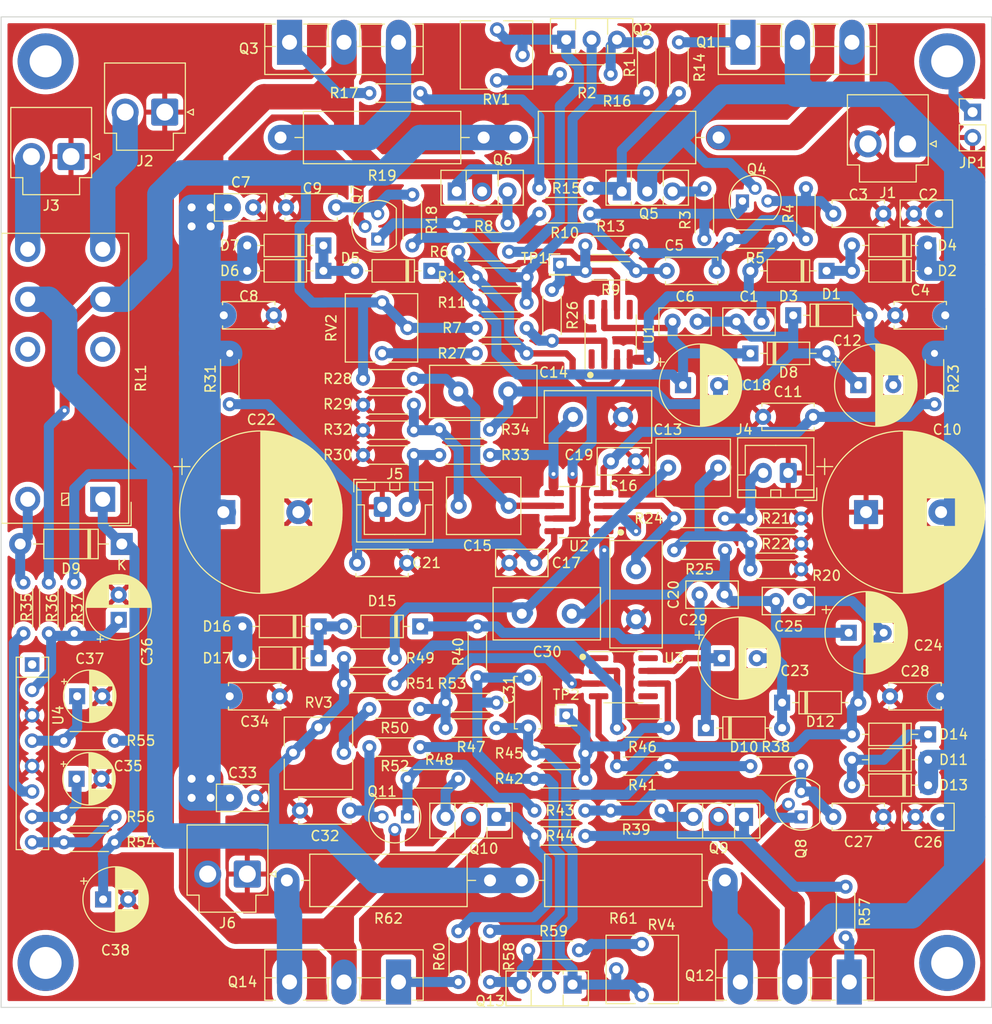
<source format=kicad_pcb>
(kicad_pcb (version 20221018) (generator pcbnew)
  (layers (0 "F.Cu" signal) (31 "B.Cu" signal) (36 "B.SilkS" user "B.Silkscreen") (37 "F.SilkS" user "F.Silkscreen") (38 "B.Mask" user) (39 "F.Mask" user) (44 "Edge.Cuts" user))
  (net 0 "")
  (net 1 "Net-(J3-Pin_2)")
  (net 2 "Net-(Q7-E)")
  (net 3 "Net-(Q4-E)")
  (net 4 "Net-(Q3-E)")
  (net 5 "Net-(Q7-B)")
  (net 6 "Net-(Q4-B)")
  (net 7 "Net-(Q3-B)")
  (net 8 "Net-(Q1-B)")
  (net 9 "Net-(Q1-E)")
  (net 10 "GND")
  (net 11 "Net-(Q6-E)")
  (net 12 "Net-(Q6-B)")
  (net 13 "Net-(Q5-E)")
  (net 14 "Net-(Q5-B)")
  (net 15 "Net-(Q2-E)")
  (net 16 "Net-(Q2-B)")
  (net 20 "Net-(Q13-E)")
  (net 21 "Net-(Q14-E)")
  (net 22 "Net-(Q12-E)")
  (net 23 "Net-(Q14-B)")
  (net 24 "Net-(Q11-E)")
  (net 25 "Net-(Q13-B)")
  (net 26 "Net-(Q10-E)")
  (net 27 "Net-(Q12-B)")
  (net 28 "Net-(Q9-E)")
  (net 29 "Net-(Q11-B)")
  (net 30 "Net-(Q10-B)")
  (net 31 "Net-(Q9-B)")
  (net 32 "Net-(Q8-B)")
  (net 33 "Net-(Q8-E)")
  (net 34 "Net-(D11-A)")
  (net 35 "Net-(R35-Pad2)")
  (net 38 "Net-(TP2-Pin_1)")
  (net 39 "Net-(TP1-Pin_1)")
  (net 40 "Net-(D1-K)")
  (net 41 "Net-(D2-A)")
  (net 42 "Net-(D10-A)")
  (net 43 "Net-(Q2-C)")
  (net 44 "Net-(D16-A)")
  (net 45 "Net-(U2A-+)")
  (net 46 "Net-(U2A--)")
  (net 47 "Net-(U2B--)")
  (net 48 "Net-(U2B-+)")
  (net 49 "Net-(Q13-C)")
  (net 50 "Net-(C35-Pad1)")
  (net 51 "Net-(C36-Pad1)")
  (net 52 "Net-(C37-Pad1)")
  (net 53 "Net-(D9-A)")
  (net 54 "Net-(D15-A)")
  (net 55 "Net-(J4-Pin_2)")
  (net 56 "Net-(J5-Pin_2)")
  (net 57 "Net-(R2-Pad1)")
  (net 58 "Net-(U1--)")
  (net 59 "Net-(U1-+)")
  (net 60 "Net-(R37-Pad1)")
  (net 61 "Net-(U3--)")
  (net 62 "Net-(U3-+)")
  (net 63 "Net-(R50-Pad1)")
  (net 64 "Net-(R54-Pad2)")
  (net 65 "Net-(R59-Pad1)")
  (net 73 "Net-(JP1-Pin_1)")
  (net 74 "Net-(D11-K)")
  (net 75 "Net-(C13-Pad2)")
  (net 76 "Net-(C15-Pad2)")
  (net 77 "Net-(D5-A)")
  (net 78 "Net-(J2-Pin_2)")
  (net 79 "Net-(R16-Pad1)")
  (net 80 "Net-(R27-Pad1)")
  (net 81 "Net-(#FLG05-pwr)")
  (net 82 "Net-(#FLG04-pwr)")
  (net 83 "Net-(#FLG02-pwr)")
  (net 84 "Net-(#FLG01-pwr)")
  (net 85 "Net-(#FLG09-pwr)")
  (net 86 "Net-(#FLG010-pwr)")
  (footprint "Resistor_THT:R_Axial_DIN0204_L3.6mm_D1.6mm_P5.08mm_Horizontal" (layer "F.Cu") (at 128.75 48.895 180)
    (fp_text reference "R15")
    (fp_text value "100")
  )
  (footprint "MountingHole:MountingHole_3.2mm_M3_DIN965_Pad" (layer "F.Cu") (at 164.465 36.195)
    (fp_text reference "H1" hide)
    (fp_text value "MountingHole_Pad")
  )
  (footprint "Diode_THT:D_DO-35_SOD27_P7.62mm_Horizontal" (layer "F.Cu") (at 147.955 100.33)
    (fp_text reference "D12")
    (fp_text value "GDZJ6.2B")
  )
  (footprint "Resistor_THT:R_Axial_DIN0204_L3.6mm_D1.6mm_P5.08mm_Horizontal" (layer "F.Cu") (at 74.6195 88.32316 -90)
    (fp_text reference "R36")
    (fp_text value "51k")
  )
  (footprint "Resistor_THT:R_Axial_DIN0204_L3.6mm_D1.6mm_P5.08mm_Horizontal" (layer "F.Cu") (at 117.32 57.785)
    (fp_text reference "R12")
    (fp_text value "20kF")
  )
  (footprint "Resistor_THT:R_Axial_DIN0204_L3.6mm_D1.6mm_P5.08mm_Horizontal" (layer "F.Cu") (at 106.045 75.565)
    (fp_text reference "R30")
    (fp_text value "100k")
  )
  (footprint "Package_TO_SOT_THT:TO-3PB-3_Vertical" (layer "F.Cu") (at 154.675 128.27 180)
    (fp_text reference "Q12")
    (fp_text value "TTA1943")
  )
  (footprint "Capacitor_THT:C_Disc_D5.0mm_W2.5mm_P5.00mm" (layer "F.Cu") (at 104.735 111.125 180)
    (fp_text reference "C32")
    (fp_text value "PSR470K500RB")
  )
  (footprint "Capacitor_THT:CP_Radial_D6.3mm_P2.50mm" (layer "F.Cu") (at 80.05 120.015)
    (fp_text reference "C38")
    (fp_text value "UVR1E101MED")
  )
  (footprint "Connector_JST:JST_XH_B2B-XH-A_1x02_P2.50mm_Vertical" (layer "F.Cu") (at 148.57 77.36 180)
    (fp_text reference "J4")
    (fp_text value "B2B-XH-A")
  )
  (footprint "Package_TO_SOT_THT:TO-92" (layer "F.Cu") (at 110.49 111.76 180)
    (fp_text reference "Q11")
    (fp_text value "2SC1815-Y")
  )
  (footprint "Resistor_THT:R_Axial_DIN0516_L15.5mm_D5.0mm_P20.32mm_Horizontal" (layer "F.Cu") (at 121.285 43.815)
    (fp_text reference "R16")
    (fp_text value "RSMF3BR220F")
  )
  (footprint "Resistor_THT:R_Axial_DIN0204_L3.6mm_D1.6mm_P5.08mm_Horizontal" (layer "F.Cu") (at 110.97 54.61 90)
    (fp_text reference "R18")
    (fp_text value "1k")
  )
  (footprint "Capacitor_THT:C_Disc_D5.0mm_W2.5mm_P2.50mm" (layer "F.Cu") (at 133.33 76.2 180)
    (fp_text reference "C16")
    (fp_text value "RPEF11H104Z2P1A01B")
  )
  (footprint "Capacitor_THT:C_Disc_D5.0mm_W2.5mm_P5.00mm" (layer "F.Cu") (at 136.41 57.15)
    (fp_text reference "C5")
    (fp_text value "RDEC71E106K2K1H03B")
  )
  (footprint "Resistor_THT:R_Axial_DIN0204_L3.6mm_D1.6mm_P5.08mm_Horizontal" (layer "F.Cu") (at 128.75 51.435 180)
    (fp_text reference "R10")
    (fp_text value "1k")
  )
  (footprint "Resistor_THT:R_Axial_DIN0204_L3.6mm_D1.6mm_P5.08mm_Horizontal" (layer "F.Cu") (at 128.27 111.125 180)
    (fp_text reference "R43")
    (fp_text value "1k")
  )
  (footprint "Resistor_THT:R_Axial_DIN0204_L3.6mm_D1.6mm_P5.08mm_Horizontal" (layer "F.Cu") (at 72.081 88.32316 -90)
    (fp_text reference "R35")
    (fp_text value "100")
  )
  (footprint "Diode_THT:D_DO-35_SOD27_P7.62mm_Horizontal" (layer "F.Cu") (at 162.56 108.585 180)
    (fp_text reference "D13")
    (fp_text value "E-452")
  )
  (footprint "Resistor_THT:R_Axial_DIN0204_L3.6mm_D1.6mm_P5.08mm_Horizontal" (layer "F.Cu") (at 109.22 95.885 180)
    (fp_text reference "R49")
    (fp_text value "1M")
  )
  (footprint "Connector_JST:JST_VH_B2P-VH_1x02_P3.96mm_Vertical" (layer "F.Cu") (at 160.5075 44.45 180)
    (fp_text reference "J1")
    (fp_text value "B2P-VH")
  )
  (footprint "Capacitor_THT:C_Disc_D5.0mm_W2.5mm_P5.00mm" (layer "F.Cu") (at 158.75 99.695)
    (fp_text reference "C28")
    (fp_text value "RDEC71E106K2K1H03B")
  )
  (footprint "Capacitor_THT:C_Disc_D5.0mm_W2.5mm_P2.50mm" (layer "F.Cu") (at 143.395 62.23)
    (fp_text reference "C1")
    (fp_text value "RPEF11H104Z2P1A01B")
  )
  (footprint "Resistor_THT:R_Axial_DIN0204_L3.6mm_D1.6mm_P5.08mm_Horizontal" (layer "F.Cu") (at 140.18 53.975 90)
    (fp_text reference "R3")
    (fp_text value "100")
  )
  (footprint "Package_TO_SOT_THT:TO-126-3_Vertical" (layer "F.Cu") (at 131.925 49.2125)
    (fp_text reference "Q5")
    (fp_text value "TTA008B")
  )
  (footprint "Capacitor_THT:C_Disc_D5.0mm_W2.5mm_P2.50mm" (layer "F.Cu") (at 161.135 51.435)
    (fp_text reference "C2")
    (fp_text value "RPEF11H104Z2P1A01B")
  )
  (footprint "MountingHole:MountingHole_3.2mm_M3_DIN965_Pad" (layer "F.Cu") (at 74.295 36.195)
    (fp_text reference "H2" hide)
    (fp_text value "MountingHole_Pad")
  )
  (footprint "Capacitor_THT:C_Disc_D5.0mm_W2.5mm_P5.00mm" (layer "F.Cu") (at 103.35 50.8 180)
    (fp_text reference "C9")
    (fp_text value "PSR470K500RB")
  )
  (footprint "Capacitor_THT:C_Disc_D5.0mm_W2.5mm_P5.00mm" (layer "F.Cu") (at 146.05 71.755)
    (fp_text reference "C11")
    (fp_text value "RDEC71E106K2K1H03B")
  )
  (footprint "MountingHole:MountingHole_3.2mm_M3_DIN965_Pad" (layer "F.Cu") (at 74.295 126.365)
    (fp_text reference "H4" hide)
    (fp_text value "MountingHole_Pad")
  )
  (footprint "Resistor_THT:R_Axial_DIN0204_L3.6mm_D1.6mm_P5.08mm_Horizontal" (layer "F.Cu") (at 106.045 70.545)
    (fp_text reference "R29")
    (fp_text value "220F")
  )
  (footprint "Resistor_THT:R_Axial_DIN0204_L3.6mm_D1.6mm_P5.08mm_Horizontal" (layer "F.Cu") (at 130.81 111.125)
    (fp_text reference "R39")
    (fp_text value "100")
  )
  (footprint "Diode_THT:D_DO-35_SOD27_P7.62mm_Horizontal" (layer "F.Cu") (at 111.76 92.71 180)
    (fp_text reference "D15")
    (fp_text value "1N4148")
  )
  (footprint "Capacitor_THT:CP_Radial_D8.0mm_P3.50mm" (layer "F.Cu") (at 141.915 95.885)
    (fp_text reference "C23")
    (fp_text value "UHD1H101MPD")
  )
  (footprint "Resistor_THT:R_Axial_DIN0204_L3.6mm_D1.6mm_P5.08mm_Horizontal" (layer "F.Cu") (at 111.76 39.37 180)
    (fp_text reference "R17")
    (fp_text value "10")
  )
  (footprint "Resistor_THT:R_Axial_DIN0204_L3.6mm_D1.6mm_P5.08mm_Horizontal" (layer "F.Cu") (at 149.86 86.995 180)
    (fp_text reference "R20")
    (fp_text value "220F")
  )
  (footprint "Diode_THT:D_DO-41_SOD81_P10.16mm_Horizontal" (layer "F.Cu") (at 81.915 84.46554 180)
    (fp_text reference "D9")
    (fp_text value "1N4007")
  )
  (footprint "Resistor_THT:R_Axial_DIN0204_L3.6mm_D1.6mm_P5.08mm_Horizontal" (layer "F.Cu") (at 131.445 106.68)
    (fp_text reference "R41")
    (fp_text value "2kF")
  )
  (footprint "Resistor_THT:R_Axial_DIN0204_L3.6mm_D1.6mm_P5.08mm_Horizontal" (layer "F.Cu") (at 128.27 57.15)
    (fp_text reference "R9")
    (fp_text value "2kF")
  )
  (footprint "Package_TO_SOT_THT:TO-126-3_Vertical" (layer "F.Cu") (at 126.365 34.03)
    (fp_text reference "Q2")
    (fp_text value "TTC015B")
  )
  (footprint "Diode_THT:D_DO-35_SOD27_P7.62mm_Horizontal" (layer "F.Cu") (at 102.08 57.15 180)
    (fp_text reference "D6")
    (fp_text value "E-452")
  )
  (footprint "Relay_THT:Relay_DPDT_Omron_G2RL" (layer "F.Cu") (at 80.01 79.99304 90)
    (fp_text reference "RL1")
    (fp_text value "G2RL-2-DC12")
  )
  (footprint "Resistor_THT:R_Axial_DIN0204_L3.6mm_D1.6mm_P5.08mm_Horizontal" (layer "F.Cu") (at 114.3 102.87)
    (fp_text reference "R47")
    (fp_text value "20kF")
  )
  (footprint "Resistor_THT:R_Axial_DIN0204_L3.6mm_D1.6mm_P5.08mm_Horizontal" (layer "F.Cu") (at 137.16 85.09)
    (fp_text reference "R25")
    (fp_text value "2kF")
  )
  (footprint "Resistor_THT:R_Axial_DIN0204_L3.6mm_D1.6mm_P5.08mm_Horizontal" (layer "F.Cu") (at 149.86 84.455 180)
    (fp_text reference "R22")
    (fp_text value "200F")
  )
  (footprint "Package_TO_SOT_THT:TO-3PB-3_Vertical" (layer "F.Cu") (at 144.04 34.29)
    (fp_text reference "Q1")
    (fp_text value "TTA1943")
  )
  (footprint "Resistor_THT:R_Axial_DIN0204_L3.6mm_D1.6mm_P5.08mm_Horizontal" (layer "F.Cu") (at 115.57 123.19 -90)
    (fp_text reference "R58")
    (fp_text value "10")
  )
  (footprint "Capacitor_THT:C_Disc_D10.5mm_W5.0mm_P5.00mm" (layer "F.Cu") (at 121.92 91.44)
    (fp_text reference "C30")
    (fp_text value "CD15CD180JO3F")
  )
  (footprint "Resistor_THT:R_Axial_DIN0204_L3.6mm_D1.6mm_P5.08mm_Horizontal" (layer "F.Cu") (at 122.4 60.325 180)
    (fp_text reference "R11")
    (fp_text value "2kF")
  )
  (footprint "Capacitor_THT:CP_Radial_D8.0mm_P3.50mm" (layer "F.Cu") (at 155.575 68.58)
    (fp_text reference "C12")
    (fp_text value "UHD1H101MPD")
  )
  (footprint "Connector_PinHeader_2.54mm:PinHeader_1x02_P2.54mm_Vertical" (layer "F.Cu") (at 167.005 41.275)
    (fp_text reference "JP1")
    (fp_text value "Conn_01x02")
  )
  (footprint "Package_SO:SOIC-8_3.9x4.9mm_P1.27mm" (layer "F.Cu") (at 130.81 63.5 90)
    (fp_text reference "U1")
    (fp_text value "OPA1655")
  )
  (footprint "Diode_THT:D_DO-35_SOD27_P7.62mm_Horizontal" (layer "F.Cu") (at 112.875 57.15 180)
    (fp_text reference "D5")
    (fp_text value "1N4148")
  )
  (footprint "Resistor_THT:R_Axial_DIN0204_L3.6mm_D1.6mm_P5.08mm_Horizontal" (layer "F.Cu") (at 104.14 98.425)
    (fp_text reference "R51")
    (fp_text value "10kF")
  )
  (footprint "Resistor_THT:R_Axial_DIN0204_L3.6mm_D1.6mm_P5.08mm_Horizontal" (layer "F.Cu") (at 133.35 54.61 180)
    (fp_text reference "R13")
    (fp_text value "2kF")
  )
  (footprint "Connector_JST:JST_XH_B2B-XH-A_1x02_P2.50mm_Vertical" (layer "F.Cu") (at 107.97 80.755)
    (fp_text reference "J5")
    (fp_text value "B2B-XH-A")
  )
  (footprint "Capacitor_THT:C_Disc_D5.0mm_W2.5mm_P5.00mm" (layer "F.Cu") (at 122.555 97.83 -90)
    (fp_text reference "C31")
    (fp_text value "RDEC71E106K2K1H03B")
  )
  (footprint "Package_TO_SOT_THT:TO-92" (layer "F.Cu") (at 149.86 111.76 90)
    (fp_text reference "Q8")
    (fp_text value "2SA1015-Y")
  )
  (footprint "MountingHole:MountingHole_3.2mm_M3_DIN965_Pad" (layer "F.Cu") (at 164.465 126.365)
    (fp_text reference "H3" hide)
    (fp_text value "MountingHole_Pad")
  )
  (footprint "Capacitor_THT:C_Disc_D5.0mm_W2.5mm_P2.50mm" (layer "F.Cu") (at 161.29 111.76)
    (fp_text reference "C26")
    (fp_text value "RPEF11H104Z2P1A01B")
  )
  (footprint "Resistor_THT:R_Axial_DIN0204_L3.6mm_D1.6mm_P5.08mm_Horizontal" (layer "F.Cu") (at 118.745 128.27 90)
    (fp_text reference "R60")
    (fp_text value "20kF")
  )
  (footprint "Diode_THT:D_DO-35_SOD27_P7.62mm_Horizontal" (layer "F.Cu") (at 149.07 61.595)
    (fp_text reference "D1")
    (fp_text value "GDZJ6.2B")
  )
  (footprint "Resistor_THT:R_Axial_DIN0204_L3.6mm_D1.6mm_P5.08mm_Horizontal" (layer "F.Cu") (at 123.19 105.41)
    (fp_text reference "R45")
    (fp_text value "2kF")
  )
  (footprint "Package_SIP:SIP-8_19x3mm_P2.54mm" (layer "F.Cu") (at 72.946 96.52 -90)
    (fp_text reference "U4")
    (fp_text value "UPC1237L")
  )
  (footprint "Capacitor_THT:C_Disc_D10.5mm_W5.0mm_P5.00mm" (layer "F.Cu") (at 127.04 71.755)
    (fp_text reference "C19")
    (fp_text value "CD15CD180JO3F")
  )
  (footprint "Capacitor_THT:C_Disc_D5.0mm_W2.5mm_P5.00mm" (layer "F.Cu") (at 105.45 86.36)
    (fp_text reference "C21")
    (fp_text value "RDEC71E106K2K1H03B")
  )
  (footprint "Resistor_THT:R_Axial_DIN0204_L3.6mm_D1.6mm_P5.08mm_Horizontal" (layer "F.Cu") (at 110.49 107.95)
    (fp_text reference "R48")
    (fp_text value "100")
  )
  (footprint "Connector_JST:JST_VH_B2P-VH_1x02_P3.96mm_Vertical" (layer "F.Cu") (at 94.4675 117.475 180)
    (fp_text reference "J6")
    (fp_text value "B2P-VH")
  )
  (footprint "Diode_THT:D_DO-35_SOD27_P7.62mm_Horizontal" (layer "F.Cu") (at 162.56 57.15 180)
    (fp_text reference "D2")
    (fp_text value "E-452")
  )
  (footprint "Capacitor_THT:C_Disc_D5.0mm_W2.5mm_P2.50mm" (layer "F.Cu") (at 137.005 62.23)
    (fp_text reference "C6")
    (fp_text value "RPEF11H104Z2P1A01B")
  )
  (footprint "Diode_THT:D_DO-35_SOD27_P7.62mm_Horizontal" (layer "F.Cu") (at 102.08 54.61 180)
    (fp_text reference "D7")
    (fp_text value "E-452")
  )
  (footprint "Capacitor_THT:CP_Radial_D16.0mm_P7.50mm" (layer "F.Cu") (at 92.075 81.28)
    (fp_text reference "C22")
    (fp_text value "UHD1H102MHD")
  )
  (footprint "Connector_JST:JST_VH_B2P-VH_1x02_P3.96mm_Vertical" (layer "F.Cu") (at 86.2125 41.275 180)
    (fp_text reference "J2")
    (fp_text value "B2P-VH")
  )
  (footprint "Resistor_THT:R_Axial_DIN0204_L3.6mm_D1.6mm_P5.08mm_Horizontal" (layer "F.Cu") (at 163.195 70.485 90)
    (fp_text reference "R23")
    (fp_text value "10")
  )
  (footprint "Resistor_THT:R_Axial_DIN0204_L3.6mm_D1.6mm_P5.08mm_Horizontal" (layer "F.Cu") (at 111.125 67.945 180)
    (fp_text reference "R28")
    (fp_text value "1M")
  )
  (footprint "Capacitor_THT:C_Rect_L7.2mm_W5.5mm_P5.00mm_FKS2_FKP2_MKS2_MKP2" (layer "F.Cu") (at 136.565 76.835)
    (fp_text reference "C13")
    (fp_text value "MEM105J101RB-5")
  )
  (footprint "Resistor_THT:R_Axial_DIN0516_L15.5mm_D5.0mm_P20.32mm_Horizontal" (layer "F.Cu") (at 98.425 118.11)
    (fp_text reference "R62")
    (fp_text value "RSMF3BR220F")
  )
  (footprint "Capacitor_THT:C_Disc_D10.5mm_W5.0mm_P5.00mm" (layer "F.Cu") (at 115.57 69.215)
    (fp_text reference "C14")
    (fp_text value "CD15CD180JO3F")
  )
  (footprint "Package_TO_SOT_THT:TO-3PB-3_Vertical" (layer "F.Cu") (at 109.59 128.27 180)
    (fp_text reference "Q14")
    (fp_text value "TTC5200")
  )
  (footprint "Package_TO_SOT_THT:TO-92" (layer "F.Cu") (at 107.52 53.975 90)
    (fp_text reference "Q7")
    (fp_text value "2SC1815-Y")
  )
  (footprint "Resistor_THT:R_Axial_DIN0204_L3.6mm_D1.6mm_P5.08mm_Horizontal" (layer "F.Cu") (at 81.201 111.76 180)
    (fp_text reference "R56")
    (fp_text value "51k")
  )
  (footprint "Resistor_THT:R_Axial_DIN0204_L3.6mm_D1.6mm_P5.08mm_Horizontal" (layer "F.Cu") (at 81.201 114.3 180)
    (fp_text reference "R54")
    (fp_text value "10k")
  )
  (footprint "Resistor_THT:R_Axial_DIN0204_L3.6mm_D1.6mm_P5.08mm_Horizontal" (layer "F.Cu") (at 149.86 81.915 180)
    (fp_text reference "R21")
    (fp_text value "100k")
  )
  (footprint "Capacitor_THT:CP_Radial_D16.0mm_P7.50mm" (layer "F.Cu") (at 156.352246 81.28)
    (fp_text reference "C10")
    (fp_text value "UHD1H102MHD")
  )
  (footprint "Capacitor_THT:C_Disc_D10.5mm_W5.0mm_P5.00mm" (layer "F.Cu") (at 133.35 86.995 -90)
    (fp_text reference "C20")
    (fp_text value "CD15CD180JO3F")
  )
  (footprint "Potentiometer_THT:Potentiometer_Vishay_T73YP_Vertical" (layer "F.Cu") (at 133.91 124.475 180)
    (fp_text reference "RV4")
    (fp_text value "GF063P B102K")
  )
  (footprint "Resistor_THT:R_Axial_DIN0204_L3.6mm_D1.6mm_P5.08mm_Horizontal" (layer "F.Cu") (at 115.57 55.245)
    (fp_text reference "R6")
    (fp_text value "20kF")
  )
  (footprint "Capacitor_THT:C_Disc_D5.0mm_W2.5mm_P2.50mm" (layer "F.Cu") (at 139.7 89.535)
    (fp_text reference "C29")
    (fp_text value "RPEF11H104Z2P1A01B")
  )
  (footprint "Diode_THT:D_DO-35_SOD27_P7.62mm_Horizontal" (layer "F.Cu") (at 140.335 102.87)
    (fp_text reference "D10")
    (fp_text value "GDZJ6.2B")
  )
  (footprint "Capacitor_THT:C_Disc_D5.0mm_W2.5mm_P5.00mm" (layer "F.Cu") (at 158.075 111.76 180)
    (fp_text reference "C27")
    (fp_text value "PSR470K500RB")
  )
  (footprint "Resistor_THT:R_Axial_DIN0204_L3.6mm_D1.6mm_P5.08mm_Horizontal" (layer "F.Cu") (at 106.68 100.965)
    (fp_text reference "R50")
    (fp_text value "20kF")
  )
  (footprint "Package_TO_SOT_THT:TO-126-3_Vertical" (layer "F.Cu") (at 144.145 111.76 180)
    (fp_text reference "Q9")
    (fp_text value "TTA008B")
  )
  (footprint "Capacitor_THT:C_Disc_D5.0mm_W2.5mm_P2.50mm" (layer "F.Cu") (at 92.555 50.8)
    (fp_text reference "C7")
    (fp_text value "RPEF11H104Z2P1A01B")
  )
  (footprint "Connector_JST:JST_VH_B2P-VH_1x02_P3.96mm_Vertical" (layer "F.Cu") (at 76.835 45.72 180)
    (fp_text reference "J3")
    (fp_text value "B2P-VH")
  )
  (footprint "Resistor_THT:R_Axial_DIN0204_L3.6mm_D1.6mm_P5.08mm_Horizontal" (layer "F.Cu") (at 125.73 37.465)
    (fp_text reference "R2")
    (fp_text value "3.9k")
  )
  (footprint "Capacitor_THT:C_Disc_D5.0mm_W2.5mm_P5.00mm" (layer "F.Cu") (at 158.075 51.435 180)
    (fp_text reference "C3")
    (fp_text value "PSR470K500RB")
  )
  (footprint "Potentiometer_THT:Potentiometer_Vishay_T73YP_Vertical" (layer "F.Cu") (at 104.125 105.335 90)
    (fp_text reference "RV3")
    (fp_text value "GF063PB502K")
  )
  (footprint "Capacitor_THT:C_Disc_D5.0mm_W2.5mm_P5.00mm" (layer "F.Cu") (at 159.27 61.595)
    (fp_text reference "C4")
    (fp_text value "RDEC71E106K2K1H03B")
  )
  (footprint "Resistor_THT:R_Axial_DIN0204_L3.6mm_D1.6mm_P5.08mm_Horizontal" (layer "F.Cu") (at 150.34 53.975 90)
    (fp_text reference "R4")
    (fp_text value "1k")
  )
  (footprint "Capacitor_THT:C_Disc_D5.0mm_W2.5mm_P2.50mm" (layer "F.Cu") (at 147.34 90.17)
    (fp_text reference "C25")
    (fp_text value "RPEF11H104Z2P1A01B")
  )
  (footprint "Resistor_THT:R_Axial_DIN0204_L3.6mm_D1.6mm_P5.08mm_Horizontal" (layer "F.Cu") (at 147.8 53.975 180)
    (fp_text reference "R5")
    (fp_text value "2kF")
  )
  (footprint "Package_TO_SOT_THT:TO-3PB-3_Vertical" (layer "F.Cu") (at 98.69 34.29)
    (fp_text reference "Q3")
    (fp_text value "TTC5200")
  )
  (footprint "Potentiometer_THT:Potentiometer_Vishay_T73YP_Vertical" (layer "F.Cu") (at 107.95 65.39)
    (fp_text reference "RV2")
    (fp_text value "GF063PB502K")
  )
  (footprint "Resistor_THT:R_Axial_DIN0204_L3.6mm_D1.6mm_P5.08mm_Horizontal" (layer "F.Cu") (at 117.32 65.405)
    (fp_text reference "R27")
    (fp_text value "20kF")
  )
  (footprint "Package_SO:SOIC-8_3.9x4.9mm_P1.27mm" (layer "F.Cu") (at 127.635 81.28 180)
    (fp_text reference "U2")
    (fp_text value "ADA4001-2")
  )
  (footprint "Capacitor_THT:CP_Radial_D6.3mm_P2.50mm" (layer "F.Cu") (at 81.606 92.04554 90)
    (fp_text reference "C36")
    (fp_text value "UVR1E101MED")
  )
  (footprint "Resistor_THT:R_Axial_DIN0204_L3.6mm_D1.6mm_P5.08mm_Horizontal" (layer "F.Cu") (at 117.475 97.79 90)
    (fp_text reference "R40")
    (fp_text value "2kF")
  )
  (footprint "Capacitor_THT:C_Rect_L7.2mm_W5.5mm_P5.00mm_FKS2_FKP2_MKS2_MKP2" (layer "F.Cu") (at 120.61 80.645 180)
    (fp_text reference "C15")
    (fp_text value "MEM105J101RB-5")
  )
  (footprint "Connector_PinHeader_2.00mm:PinHeader_1x01_P2.00mm_Vertical" (layer "F.Cu") (at 125.73 56.515)
    (fp_text reference "TP1")
    (fp_text value "TEST-34")
  )
  (footprint "Resistor_THT:R_Axial_DIN0204_L3.6mm_D1.6mm_P5.08mm_Horizontal" (layer "F.Cu") (at 113.665 75.565)
    (fp_text reference "R33")
    (fp_text value "470")
  )
  (footprint "Package_SO:SOIC-8_3.9x4.9mm_P1.27mm" (layer "F.Cu") (at 132.08 97.79)
    (fp_text reference "U3")
    (fp_text value "OPA1655")
  )
  (footprint "Resistor_THT:R_Axial_DIN0204_L3.6mm_D1.6mm_P5.08mm_Horizontal" (layer "F.Cu") (at 131.445 102.87)
    (fp_text reference "R46")
    (fp_text value "20kF")
  )
  (footprint "Diode_THT:D_DO-35_SOD27_P7.62mm_Horizontal" (layer "F.Cu") (at 144.78 65.405)
    (fp_text reference "D8")
    (fp_text value "GDZJ6.2B")
  )
  (footprint "Resistor_THT:R_Axial_DIN0204_L3.6mm_D1.6mm_P5.08mm_Horizontal" (layer "F.Cu") (at 128.27 113.665 180)
    (fp_text reference "R44")
    (fp_text value "100")
  )
  (footprint "Capacitor_THT:C_Disc_D5.0mm_W2.5mm_P2.50mm" (layer "F.Cu") (at 123.17 86.36 180)
    (fp_text reference "C17")
    (fp_text value "RPEF11H104Z2P1A01B")
  )
  (footprint "Resistor_THT:R_Axial_DIN0204_L3.6mm_D1.6mm_P5.08mm_Horizontal" (layer "F.Cu") (at 115.415 52.3875)
    (fp_text reference "R8")
    (fp_text value "100")
  )
  (footprint "Resistor_THT:R_Axial_DIN0204_L3.6mm_D1.6mm_P5.08mm_Horizontal" (layer "F.Cu") (at 124.94 64.135 90)
    (fp_text reference "R26")
    (fp_text value "20kF")
  )
  (footprint "Capacitor_THT:C_Disc_D5.0mm_W2.5mm_P2.50mm" (layer "F.Cu") (at 92.75 109.855)
    (fp_text reference "C33")
    (fp_text value "RPEF11H104Z2P1A01B")
  )
  (footprint "Potentiometer_THT:Potentiometer_Vishay_T73YP_Vertical" (layer "F.Cu") (at 119.455 38.1)
    (fp_text reference "RV1")
    (fp_text value "GF063P B102K")
  )
  (footprint "Diode_THT:D_DO-35_SOD27_P7.62mm_Horizontal" (layer "F.Cu") (at 152.4 57.15 180)
    (fp_text reference "D3")
    (fp_text value "1N4148")
  )
  (footprint "Resistor_THT:R_Axial_DIN0204_L3.6mm_D1.6mm_P5.08mm_Horizontal" (layer "F.Cu") (at 142.24 81.915 180)
    (fp_text reference "R24")
    (fp_text value "470")
  )
  (footprint "Resistor_THT:R_Axial_DIN0516_L15.5mm_D5.0mm_P20.32mm_Horizontal" (layer "F.Cu") (at 121.92 118.11)
    (fp_text reference "R61")
    (fp_text value "RSMF3BR220F")
  )
  (footprint "Package_TO_SOT_THT:TO-126-3_Vertical" (layer "F.Cu") (at 127 128.53 180)
    (fp_text reference "Q13")
    (fp_text value "TTC015B")
  )
  (footprint "Resistor_THT:R_Axial_DIN0204_L3.6mm_D1.6mm_P5.08mm_Horizontal" (layer "F.Cu") (at 113.665 73.025)
    (fp_text reference "R34")
    (fp_text value "2kF")
  )
  (footprint "Capacitor_THT:CP_Radial_D5.0mm_P2.50mm" (layer "F.Cu") (at 77.391 107.95)
    (fp_text reference "C35")
    (fp_text value "UVR1E470MDD")
  )
  (footprint "Resistor_THT:R_Axial_DIN0204_L3.6mm_D1.6mm_P5.08mm_Horizontal" (layer "F.Cu") (at 77.161 88.32316 -90)
    (fp_text reference "R37")
    (fp_text value "51k")
  )
  (footprint "Resistor_THT:R_Axial_DIN0204_L3.6mm_D1.6mm_P5.08mm_Horizontal" (layer "F.Cu") (at 154.305 118.745 -90)
    (fp_text reference "R57")
    (fp_text value "10")
  )
  (footprint "Capacitor_THT:C_Disc_D5.0mm_W2.5mm_P5.00mm" (layer "F.Cu") (at 92.71 99.695)
    (fp_text reference "C34")
    (fp_text value "RDEC71E106K2K1H03B")
  )
  (footprint "Resistor_THT:R_Axial_DIN0204_L3.6mm_D1.6mm_P5.08mm_Horizontal" (layer "F.Cu") (at 81.201 104.14 180)
    (fp_text reference "R55")
    (fp_text value "10k")
  )
  (footprint "Capacitor_THT:CP_Radial_D5.0mm_P2.50mm" (layer "F.Cu") (at 77.455888 99.695)
    (fp_text reference "C37")
    (fp_text value "UVR1H4R7MDD")
  )
  (footprint "Diode_THT:D_DO-35_SOD27_P7.62mm_Horizontal" (layer "F.Cu") (at 162.56 54.61 180)
    (fp_text reference "D4")
    (fp_text value "E-452")
  )
  (footprint "Connector_PinHeader_2.00mm:PinHeader_1x01_P2.00mm_Vertical" (layer "F.Cu") (at 126.365 101.6)
    (fp_text reference "TP2")
    (fp_text value "TEST-34")
  )
  (footprint "Package_TO_SOT_THT:TO-126-3_Vertical" (layer "F.Cu") (at 115.415 49.2125)
    (fp_text reference "Q6")
    (fp_text value "TTC015B")
  )
  (footprint "Resistor_THT:R_Axial_DIN0204_L3.6mm_D1.6mm_P5.08mm_Horizontal" (layer "F.Cu") (at 111.76 104.775 180)
    (fp_text reference "R52")
    (fp_text value "1k")
  )
  (footprint "Resistor_THT:R_Axial_DIN0204_L3.6mm_D1.6mm_P5.08mm_Horizontal" (layer "F.Cu") (at 127.635 125.095 180)
    (fp_text reference "R59")
    (fp_text value "3.9k")
  )
  (footprint "Capacitor_THT:CP_Radial_D8.0mm_P3.50mm" (layer "F.Cu") (at 154.615 93.345)
    (fp_text reference "C24")
    (fp_text value "UHD1H101MPD")
  )
  (footprint "Resistor_THT:R_Axial_DIN0204_L3.6mm_D1.6mm_P5.08mm_Horizontal" (layer "F.Cu") (at 117.32 62.865)
    (fp_text reference "R7")
    (fp_text value "10kF")
  )
  (footprint "Diode_THT:D_DO-35_SOD27_P7.62mm_Horizontal" (layer "F.Cu") (at 162.56 106.045 180)
    (fp_text reference "D11")
    (fp_text value "E-452")
  )
  (footprint "Resistor_THT:R_Axial_DIN0204_L3.6mm_D1.6mm_P5.08mm_Horizontal" (layer "F.Cu") (at 134.41 34.29 -90)
    (fp_text reference "R1")
    (fp_text value "20kF")
  )
  (footprint "Resistor_THT:R_Axial_DIN0204_L3.6mm_D1.6mm_P5.08mm_Horizontal" (layer "F.Cu") (at 144.78 106.68)
    (fp_text reference "R38")
    (fp_text value "1k")
  )
  (footprint "Resistor_THT:R_Axial_DIN0204_L3.6mm_D1.6mm_P5.08mm_Horizontal" (layer "F.Cu") (at 137.64 39.37 90)
    (fp_text reference "R14")
    (fp_text value "10")
  )
  (footprint "Diode_THT:D_DO-35_SOD27_P7.62mm_Horizontal" (layer "F.Cu") (at 101.6 92.71 180)
    (fp_text reference "D16")
    (fp_text value "E-452")
  )
  (footprint "Diode_THT:D_DO-35_SOD27_P7.62mm_Horizontal" (layer "F.Cu") (at 101.6 95.885 180)
    (fp_text reference "D17")
    (fp_text value "E-452")
  )
  (footprint "Resistor_THT:R_Axial_DIN0516_L15.5mm_D5.0mm_P20.32mm_Horizontal" (layer "F.Cu") (at 97.79 43.815)
    (fp_text reference "R19")
    (fp_text value "RSMF3BR220F")
  )
  (footprint "Capacitor_THT:CP_Radial_D8.0mm_P3.50mm" (layer "F.Cu") (at 138.047349 68.58)
    (fp_text reference "C18")
    (fp_text value "UHD1H101MPD")
  )
  (footprint "Package_TO_SOT_THT:TO-126-3_Vertical" (layer "F.Cu") (at 119.38 111.76 180)
    (fp_text reference "Q10")
    (fp_text value "TTC015B")
  )
  (footprint "Resistor_THT:R_Axial_DIN0204_L3.6mm_D1.6mm_P5.08mm_Horizontal" (layer "F.Cu") (at 128.27 107.95 180)
    (fp_text reference "R42")
    (fp_text value "2kF")
  )
  (footprint "Package_TO_SOT_THT:TO-92" (layer "F.Cu") (at 143.99 50.165)
    (fp_text reference "Q4")
    (fp_text value "2SA1015-Y")
  )
  (footprint "Capacitor_THT:C_Disc_D5.0mm_W2.5mm_P5.00mm" (layer "F.Cu") (at 92.115 61.595)
    (fp_text reference "C8")
    (fp_text value "RDEC71E106K2K1H03B")
  )
  (footprint "Diode_THT:D_DO-35_SOD27_P7.62mm_Horizontal" (layer "F.Cu") (at 162.56 103.505 180)
    (fp_text reference "D14")
    (fp_text value "1N4148")
  )
  (footprint "Resistor_THT:R_Axial_DIN0204_L3.6mm_D1.6mm_P5.08mm_Horizontal" (layer "F.Cu") (at 106.045 73.085)
    (fp_text reference "R32")
    (fp_text value "200F")
  )
  (footprint "Resistor_THT:R_Axial_DIN0204_L3.6mm_D1.6mm_P5.08mm_Horizontal" (layer "F.Cu") (at 114.3 100.33)
    (fp_text reference "R53")
    (fp_text value "20kF")
  )
  (footprint "Resistor_THT:R_Axial_DIN0204_L3.6mm_D1.6mm_P5.08mm_Horizontal" (layer "F.Cu") (at 92.71 70.485 90)
    (fp_text reference "R31")
    (fp_text value "10")
  )
  (gr_circle (center 128.016 95.758) (end 128.27 95.758) (stroke (width 0.15)) (fill solid) (layer "F.SilkS"))
  (gr_circle (center 131.826 83.312) (end 132.08 83.312) (stroke (width 0.15)) (fill solid) (layer "F.SilkS"))
  (gr_circle (center 128.778 67.564) (end 129.032 67.564) (stroke (width 0.15)) (fill solid) (layer "F.SilkS"))
  (gr_line (start 168.91 31.75) (end 168.91 130.81) (stroke (width 0.1)) (layer "Edge.Cuts"))
  (gr_line (start 168.91 130.81) (end 69.85 130.81) (stroke (width 0.1)) (layer "Edge.Cuts"))
  (gr_line (start 69.85 31.75) (end 168.91 31.75) (stroke (width 0.1)) (layer "Edge.Cuts"))
  (gr_line (start 69.85 130.81) (end 69.85 31.75) (stroke (width 0.1)) (layer "Edge.Cuts"))
  (segment (start 72.51 46.085) (end 72.875 45.72) (width 2.54) (layer "B.Cu") (net 1))
  (segment (start 72.51 54.99304) (end 72.51 46.085) (width 2.54) (layer "B.Cu") (net 1))
  (segment (start 121.3175 53.7875) (end 119.1925 53.7875) (width 1) (layer "B.Cu") (net 2))
  (segment (start 107.52 53.975) (end 109.1075 52.3875) (width 1) (layer "B.Cu") (net 2))
  (segment (start 121.3175 53.7875) (end 123.67 51.435) (width 1) (layer "B.Cu") (net 2))
  (segment (start 109.1075 52.3875) (end 115.415 52.3875) (width 1) (layer "B.Cu") (net 2))
  (segment (start 115.415 52.3875) (end 117.7925 52.3875) (width 1) (layer "B.Cu") (net 2))
  (segment (start 119.1925 53.7875) (end 117.7925 52.3875) (width 1) (layer "B.Cu") (net 2))
  (segment (start 140.18 52.07) (end 140.815 51.435) (width 1) (layer "B.Cu") (net 3))
  (segment (start 143.355 51.435) (end 143.99 50.8) (width 1) (layer "B.Cu") (net 3))
  (segment (start 143.99 50.8) (end 143.99 50.165) (width 1) (layer "B.Cu") (net 3))
  (segment (start 140.815 51.435) (end 143.355 51.435) (width 1) (layer "B.Cu") (net 3))
  (segment (start 128.75 51.435) (end 140.815 51.435) (width 1) (layer "B.Cu") (net 3))
  (segment (start 140.18 53.975) (end 140.18 52.07) (width 1) (layer "B.Cu") (net 3))
  (segment (start 109.59 40.905) (end 106.68 43.815) (width 2.54) (layer "B.Cu") (net 4))
  (segment (start 109.59 34.29) (end 109.59 40.905) (width 2.54) (layer "B.Cu") (net 4))
  (segment (start 106.68 43.815) (end 97.79 43.815) (width 2.54) (layer "B.Cu") (net 4))
  (segment (start 103.35 50.8) (end 107.315 50.8) (width 1) (layer "B.Cu") (net 5))
  (segment (start 107.315 50.8) (end 107.315 51.23) (width 1) (layer "B.Cu") (net 5))
  (segment (start 108.585 49.53) (end 110.97 49.53) (width 1) (layer "B.Cu") (net 5))
  (segment (start 107.315 51.23) (end 107.52 51.435) (width 1) (layer "B.Cu") (net 5))
  (segment (start 107.315 50.8) (end 108.585 49.53) (width 1) (layer "B.Cu") (net 5))
  (segment (start 150.34 50.01) (end 150.495 50.165) (width 1) (layer "B.Cu") (net 6))
  (segment (start 151.805 50.165) (end 153.075 51.435) (width 1) (layer "B.Cu") (net 6))
  (segment (start 150.495 50.165) (end 151.805 50.165) (width 1) (layer "B.Cu") (net 6))
  (segment (start 146.53 50.165) (end 150.495 50.165) (width 1) (layer "B.Cu") (net 6))
  (segment (start 150.34 48.895) (end 150.34 50.01) (width 1) (layer "B.Cu") (net 6))
  (segment (start 98.69 34.555) (end 103.505 39.37) (width 1) (layer "B.Cu") (net 7))
  (segment (start 103.505 39.37) (end 106.68 39.37) (width 1) (layer "B.Cu") (net 7))
  (segment (start 98.69 34.29) (end 98.69 34.555) (width 1) (layer "B.Cu") (net 7))
  (segment (start 144.04 34.29) (end 137.64 34.29) (width 1) (layer "B.Cu") (net 8))
  (segment (start 154.94 34.29) (end 154.94 38.1) (width 2.54) (layer "F.Cu") (net 9))
  (segment (start 154.94 38.1) (end 149.225 43.815) (width 2.54) (layer "F.Cu") (net 9))
  (segment (start 149.225 43.815) (end 141.605 43.815) (width 2.54) (layer "F.Cu") (net 9))
  (segment (start 112.395 40.005) (end 121.92 40.005) (width 1) (layer "B.Cu") (net 11))
  (segment (start 123.67 41.755) (end 123.67 46.355) (width 1) (layer "B.Cu") (net 11))
  (segment (start 121.92 40.005) (end 123.67 41.755) (width 1) (layer "B.Cu") (net 11))
  (segment (start 115.415 48.415) (end 116.84 46.99) (width 1) (layer "B.Cu") (net 11))
  (segment (start 123.67 46.99) (end 123.67 46.355) (width 1) (layer "B.Cu") (net 11))
  (segment (start 116.84 46.99) (end 123.67 46.99) (width 1) (layer "B.Cu") (net 11))
  (segment (start 115.415 49.2125) (end 115.415 48.415) (width 1) (layer "B.Cu") (net 11))
  (segment (start 123.67 48.895) (end 123.67 46.99) (width 1) (layer "B.Cu") (net 11))
  (segment (start 111.76 39.37) (end 112.395 40.005) (width 1) (layer "B.Cu") (net 11))
  (segment (start 120.495 52.3875) (end 120.495 49.2125) (width 1) (layer "B.Cu") (net 12))
  (segment (start 131.925 49.2125) (end 131.925 45.085) (width 1) (layer "B.Cu") (net 13))
  (segment (start 131.6075 48.895) (end 131.925 49.2125) (width 1.27) (layer "B.Cu") (net 13))
  (segment (start 128.75 48.895) (end 131.6075 48.895) (width 1.27) (layer "B.Cu") (net 13))
  (segment (start 131.925 45.085) (end 137.64 39.37) (width 1) (layer "B.Cu") (net 13))
  (segment (start 140.235 49.2125) (end 137.005 49.2125) (width 1) (layer "B.Cu") (net 14))
  (segment (start 132.08 55.88) (end 133.35 54.61) (width 0.635) (layer "F.Cu") (net 15))
  (segment (start 126.845 55.245) (end 127.48 55.88) (width 0.635) (layer "F.Cu") (net 15))
  (segment (start 127.48 55.88) (end 132.08 55.88) (width 0.635) (layer "F.Cu") (net 15))
  (segment (start 120.65 55.245) (end 126.845 55.245) (width 0.635) (layer "F.Cu") (net 15))
  (segment (start 121.92 34.03) (end 126.365 34.03) (width 1) (layer "B.Cu") (net 15))
  (segment (start 125.73 40.64) (end 125.73 52.07) (width 1) (layer "B.Cu") (net 15))
  (segment (start 127.635 38.735) (end 125.73 40.64) (width 1) (layer "B.Cu") (net 15))
  (segment (start 120.65 55.245) (end 122.4 55.245) (width 1) (layer "B.Cu") (net 15))
  (segment (start 141.41 57.15) (end 141.41 55.285) (width 1) (layer "B.Cu") (net 15))
  (segment (start 126.365 34.03) (end 126.365 35.56) (width 1) (layer "B.Cu") (net 15))
  (segment (start 120.39 34.03) (end 119.455 33.095) (width 1) (layer "B.Cu") (net 15))
  (segment (start 121.995 34.105) (end 121.92 34.03) (width 1) (layer "B.Cu") (net 15))
  (segment (start 125.73 52.07) (end 125.575 52.07) (width 1) (layer "B.Cu") (net 15))
  (segment (start 119.455 33.095) (end 119.455 33.02) (width 1) (layer "B.Cu") (net 15))
  (segment (start 134.115 55.375) (end 133.35 54.61) (width 1) (layer "B.Cu") (net 15))
  (segment (start 134.115 55.375) (end 141.32 55.375) (width 1) (layer "B.Cu") (net 15))
  (segment (start 141.32 55.375) (end 141.41 55.285) (width 1) (layer "B.Cu") (net 15))
  (segment (start 125.575 52.07) (end 122.4 55.245) (width 1) (layer "B.Cu") (net 15))
  (segment (start 148.59 52.07) (end 146.05 52.07) (width 1) (layer "B.Cu") (net 15))
  (segment (start 150.34 53.975) (end 148.59 52.225) (width 1) (layer "B.Cu") (net 15))
  (segment (start 126.365 35.56) (end 127.635 36.83) (width 1) (layer "B.Cu") (net 15))
  (segment (start 144.145 53.975) (end 142.72 53.975) (width 1) (layer "B.Cu") (net 15))
  (segment (start 121.995 35.56) (end 121.995 34.105) (width 1) (layer "B.Cu") (net 15))
  (segment (start 127.635 36.83) (end 127.635 38.735) (width 1) (layer "B.Cu") (net 15))
  (segment (start 148.59 52.225) (end 148.59 52.07) (width 1) (layer "B.Cu") (net 15))
  (segment (start 141.41 55.285) (end 142.72 53.975) (width 1) (layer "B.Cu") (net 15))
  (segment (start 121.92 34.03) (end 120.39 34.03) (width 1) (layer "B.Cu") (net 15))
  (segment (start 146.05 52.07) (end 144.145 53.975) (width 1) (layer "B.Cu") (net 15))
  (segment (start 131.705 34.29) (end 131.445 34.03) (width 1) (layer "B.Cu") (net 16))
  (segment (start 134.41 34.29) (end 131.705 34.29) (width 1) (layer "B.Cu") (net 16))
  (segment (start 131.29 34.345) (end 131.235 34.29) (width 1) (layer "B.Cu") (net 16))
  (segment (start 130.81 34.665) (end 131.445 34.03) (width 1) (layer "B.Cu") (net 16))
  (segment (start 130.81 37.465) (end 130.81 34.665) (width 1) (layer "B.Cu") (net 16))
  (segment (start 122.555 104.775) (end 123.19 105.41) (width 1) (layer "B.Cu") (net 20))
  (segment (start 126.365 107.315) (end 124.46 105.41) (width 1) (layer "B.Cu") (net 20))
  (segment (start 126.365 109.855) (end 126.6825 109.5375) (width 1) (layer "B.Cu") (net 20))
  (segment (start 135.255 106.68) (end 136.525 106.68) (width 1) (layer "B.Cu") (net 20))
  (segment (start 127 127) (end 127 128.53) (width 1) (layer "B.Cu") (net 20))
  (segment (start 122.555 102.83) (end 122.555 104.775) (width 1) (layer "B.Cu") (net 20))
  (segment (start 126.365 109.855) (end 126.365 114.507944) (width 1) (layer "B.Cu") (net 20))
  (segment (start 119.38 102.87) (end 122.515 102.87) (width 1) (layer "B.Cu") (net 20))
  (segment (start 131.37 127.015) (end 131.37 128.455) (width 1) (layer "B.Cu") (net 20))
  (segment (start 127 115.142944) (end 127 121.92) (width 1) (layer "B.Cu") (net 20))
  (segment (start 125.73 125.73) (end 127 127) (width 1) (layer "B.Cu") (net 20))
  (segment (start 124.46 105.41) (end 123.19 105.41) (width 1) (layer "B.Cu") (net 20))
  (segment (start 122.515 102.87) (end 122.555 102.83) (width 1) (layer "B.Cu") (net 20))
  (segment (start 131.445 128.53) (end 132.885 128.53) (width 1) (layer "B.Cu") (net 20))
  (segment (start 132.3975 109.5375) (end 135.255 106.68) (width 1) (layer "B.Cu") (net 20))
  (segment (start 131.37 128.455) (end 131.445 128.53) (width 1) (layer "B.Cu") (net 20))
  (segment (start 126.6825 109.5375) (end 132.3975 109.5375) (width 1) (layer "B.Cu") (net 20))
  (segment (start 126.365 114.507944) (end 127 115.142944) (width 1) (layer "B.Cu") (net 20))
  (segment (start 132.885 128.53) (end 133.91 129.555) (width 1) (layer "B.Cu") (net 20))
  (segment (start 126.365 109.855) (end 126.365 107.315) (width 1) (layer "B.Cu") (net 20))
  (segment (start 136.525 106.68) (end 144.78 106.68) (width 1) (layer "B.Cu") (net 20))
  (segment (start 125.73 123.19) (end 125.73 125.73) (width 1) (layer "B.Cu") (net 20))
  (segment (start 127 128.53) (end 131.445 128.53) (width 1) (layer "B.Cu") (net 20))
  (segment (start 127 121.92) (end 125.73 123.19) (width 1) (layer "B.Cu") (net 20))
  (segment (start 98.69 121.55) (end 98.425 121.285) (width 2.54) (layer "B.Cu") (net 21))
  (segment (start 98.69 121.55) (end 98.69 128.27) (width 2.54) (layer "B.Cu") (net 21))
  (segment (start 98.425 121.285) (end 98.425 118.11) (width 2.54) (layer "B.Cu") (net 21))
  (segment (start 142.24 118.11) (end 142.24 121.92) (width 2.54) (layer "B.Cu") (net 22))
  (segment (start 143.775 128.27) (end 143.775 123.455) (width 2.54) (layer "B.Cu") (net 22))
  (segment (start 143.775 123.455) (end 142.24 121.92) (width 2.54) (layer "B.Cu") (net 22))
  (segment (start 115.57 128.27) (end 109.59 128.27) (width 1) (layer "B.Cu") (net 23))
  (segment (start 116.149899 106.55) (end 119.454899 109.855) (width 1) (layer "B.Cu") (net 24))
  (segment (start 111.89 106.55) (end 110.49 107.95) (width 1) (layer "B.Cu") (net 24))
  (segment (start 119.454899 109.855) (end 121.92 109.855) (width 1) (layer "B.Cu") (net 24))
  (segment (start 110.49 107.95) (end 110.49 111.76) (width 1) (layer "B.Cu") (net 24))
  (segment (start 121.92 109.855) (end 123.19 111.125) (width 1) (layer "B.Cu") (net 24))
  (segment (start 116.149899 106.55) (end 111.89 106.55) (width 1) (layer "B.Cu") (net 24))
  (segment (start 121.66 128.27) (end 121.92 128.53) (width 1) (layer "B.Cu") (net 25))
  (segment (start 122.555 126.365) (end 121.92 127) (width 1) (layer "B.Cu") (net 25))
  (segment (start 121.92 127) (end 121.92 128.53) (width 1) (layer "B.Cu") (net 25))
  (segment (start 122.555 126.365) (end 122.555 125.095) (width 1) (layer "B.Cu") (net 25))
  (segment (start 118.745 128.27) (end 121.66 128.27) (width 1) (layer "B.Cu") (net 25))
  (segment (start 124.46 120.45) (end 124.46 116.205) (width 1) (layer "B.Cu") (net 26))
  (segment (start 115.57 123.19) (end 116.97 121.79) (width 1) (layer "B.Cu") (net 26))
  (segment (start 121.285 111.76) (end 123.19 113.665) (width 1) (layer "B.Cu") (net 26))
  (segment (start 123.12 121.79) (end 124.46 120.45) (width 1) (layer "B.Cu") (net 26))
  (segment (start 119.38 111.76) (end 121.285 111.76) (width 1) (layer "B.Cu") (net 26))
  (segment (start 123.19 114.935) (end 123.19 113.665) (width 1) (layer "B.Cu") (net 26))
  (segment (start 124.46 116.205) (end 123.19 114.935) (width 1) (layer "B.Cu") (net 26))
  (segment (start 116.97 121.79) (end 123.12 121.79) (width 1) (layer "B.Cu") (net 26))
  (segment (start 154.675 124.195) (end 154.305 123.825) (width 1) (layer "B.Cu") (net 27))
  (segment (start 154.675 128.27) (end 154.675 124.195) (width 1) (layer "B.Cu") (net 27))
  (segment (start 144.145 113.665) (end 149.225 118.745) (width 1) (layer "B.Cu") (net 28))
  (segment (start 144.145 111.76) (end 144.145 113.665) (width 1) (layer "B.Cu") (net 28))
  (segment (start 128.27 113.665) (end 144.145 113.665) (width 1) (layer "B.Cu") (net 28))
  (segment (start 149.225 118.745) (end 154.305 118.745) (width 1) (layer "B.Cu") (net 28))
  (segment (start 106.68 104.775) (end 106.68 111.125) (width 1) (layer "B.Cu") (net 29))
  (segment (start 104.735 111.125) (end 106.68 111.125) (width 1) (layer "B.Cu") (net 29))
  (segment (start 106.68 111.125) (end 106.68 111.76) (width 1) (layer "B.Cu") (net 29))
  (segment (start 107.95 111.76) (end 106.68 111.76) (width 1) (layer "B.Cu") (net 29))
  (segment (start 114.3 109.22) (end 115.57 107.95) (width 1) (layer "B.Cu") (net 30))
  (segment (start 114.3 111.76) (end 114.3 109.22) (width 1) (layer "B.Cu") (net 30))
  (segment (start 139.065 111.76) (end 136.525 111.76) (width 1) (layer "B.Cu") (net 31))
  (segment (start 136.525 111.76) (end 135.89 111.125) (width 1) (layer "B.Cu") (net 31))
  (segment (start 151.13 109.815) (end 153.075 111.76) (width 1) (layer "B.Cu") (net 32))
  (segment (start 151.13 109.22) (end 149.86 109.22) (width 1) (layer "B.Cu") (net 32))
  (segment (start 151.13 109.22) (end 151.13 109.815) (width 1) (layer "B.Cu") (net 32))
  (segment (start 149.86 106.68) (end 149.86 109.22) (width 1) (layer "B.Cu") (net 32))
  (segment (start 146.685 110.494189) (end 146.685 111.125) (width 1) (layer "B.Cu") (net 33))
  (segment (start 133.35 111.125) (end 134.95 109.525) (width 1) (layer "B.Cu") (net 33))
  (segment (start 130.81 111.125) (end 133.35 111.125) (width 1) (layer "B.Cu") (net 33))
  (segment (start 147.4 111.84) (end 149.78 111.84) (width 1) (layer "B.Cu") (net 33))
  (segment (start 145.715811 109.525) (end 146.685 110.494189) (width 1) (layer "B.Cu") (net 33))
  (segment (start 149.78 111.84) (end 149.86 111.76) (width 1) (layer "B.Cu") (net 33))
  (segment (start 146.685 111.125) (end 147.4 111.84) (width 1) (layer "B.Cu") (net 33))
  (segment (start 134.95 109.525) (end 145.715811 109.525) (width 1) (layer "B.Cu") (net 33))
  (segment (start 130.81 111.125) (end 128.27 111.125) (width 1) (layer "B.Cu") (net 33))
  (segment (start 154.94 106.045) (end 154.94 108.585) (width 1) (layer "B.Cu") (net 34))
  (segment (start 158.115 106.045) (end 160.655 103.505) (width 1) (layer "B.Cu") (net 34))
  (segment (start 160.655 103.505) (end 162.56 103.505) (width 1) (layer "B.Cu") (net 34))
  (segment (start 154.94 106.045) (end 158.115 106.045) (width 1) (layer "B.Cu") (net 34))
  (segment (start 71.12 108.41316) (end 71.92684 109.22) (width 1) (layer "B.Cu") (net 35))
  (segment (start 71.12 94.36416) (end 71.12 108.41316) (width 1) (layer "B.Cu") (net 35))
  (segment (start 72.081 93.40316) (end 71.12 94.36416) (width 1) (layer "B.Cu") (net 35))
  (segment (start 71.92684 109.22) (end 72.946 109.22) (width 1) (layer "B.Cu") (net 35))
  (segment (start 136.525 98.425) (end 136.525 102.87) (width 0.635) (layer "F.Cu") (net 38))
  (segment (start 134.555 98.425) (end 136.525 98.425) (width 0.635) (layer "F.Cu") (net 38))
  (segment (start 128.27 105.41) (end 128.27 103.505) (width 1) (layer "B.Cu") (net 38))
  (segment (start 128.97 104.71) (end 132.145 104.71) (width 1) (layer "B.Cu") (net 38))
  (segment (start 128.27 107.95) (end 128.27 105.41) (width 1) (layer "B.Cu") (net 38))
  (segment (start 128.27 103.505) (end 126.365 101.6) (width 1) (layer "B.Cu") (net 38))
  (segment (start 128.27 105.41) (end 128.97 104.71) (width 1) (layer "B.Cu") (net 38))
  (segment (start 132.145 104.71) (end 133.985 102.87) (width 1) (layer "B.Cu") (net 38))
  (segment (start 133.985 102.87) (end 136.525 102.87) (width 1) (layer "B.Cu") (net 38))
  (segment (start 131.445 57.785) (end 131.445 61.025) (width 0.635) (layer "F.Cu") (net 39))
  (segment (start 130.81 57.15) (end 131.445 57.785) (width 0.635) (layer "F.Cu") (net 39))
  (segment (start 128.27 57.15) (end 130.81 57.15) (width 0.635) (layer "F.Cu") (net 39))
  (segment (start 128.27 54.61) (end 128.27 57.15) (width 1) (layer "B.Cu") (net 39))
  (segment (start 125.73 56.515) (end 125.73 58.265) (width 1) (layer "B.Cu") (net 39))
  (segment (start 125.73 58.265) (end 124.94 59.055) (width 1) (layer "B.Cu") (net 39))
  (segment (start 125.73 57.15) (end 125.73 56.515) (width 1) (layer "B.Cu") (net 39))
  (segment (start 128.27 57.15) (end 125.73 57.15) (width 1) (layer "B.Cu") (net 39))
  (segment (start 127 81.915) (end 127 78.105) (width 0.635) (layer "F.Cu") (net 40))
  (segment (start 125.16 81.915) (end 127 81.915) (width 0.635) (layer "F.Cu") (net 40))
  (segment (start 127 77.47) (end 127 78.105) (width 1) (layer "F.Cu") (net 40))
  (via (at 127 77.47) (size 0.8) (drill 0.4) (layers "F.Cu" "B.Cu") (net 40))
  (segment (start 120.57 69.215) (end 128.905 69.215) (width 1) (layer "B.Cu") (net 40))
  (segment (start 128.905 69.215) (end 135.255 69.215) (width 1) (layer "B.Cu") (net 40))
  (segment (start 148.84 63.73) (end 149.07 63.5) (width 1) (layer "B.Cu") (net 40))
  (segment (start 120.57 69.215) (end 120.57 71.2) (width 1) (layer "B.Cu") (net 40))
  (segment (start 149.07 65.25) (end 149.225 65.405) (width 1) (layer "B.Cu") (net 40))
  (segment (start 140.97 70.485) (end 140.97 70.427349) (width 1) (layer "B.Cu") (net 40))
  (segment (start 140.97 70.427349) (end 141.547349 69.85) (width 1) (layer "B.Cu") (net 40))
  (segment (start 128.905 74.295) (end 127 76.2) (width 1) (layer "B.Cu") (net 40))
  (segment (start 143.395 62.23) (end 144.895 63.73) (width 1) (layer "B.Cu") (net 40))
  (segment (start 120.57 71.2) (end 118.745 73.025) (width 1) (layer "B.Cu") (net 40))
  (segment (start 141.547349 69.85) (end 141.547349 68.58) (width 1) (layer "B.Cu") (net 40))
  (segment (start 141.547349 68.58) (end 145.72 68.58) (width 1) (layer "B.Cu") (net 40))
  (segment (start 149.225 65.405) (end 152.4 65.405) (width 1) (layer "B.Cu") (net 40))
  (segment (start 149.07 65.25) (end 149.05 65.25) (width 1) (layer "B.Cu") (net 40))
  (segment (start 149.07 61.595) (end 149.07 65.25) (width 1) (layer "B.Cu") (net 40))
  (segment (start 128.905 69.215) (end 128.905 74.295) (width 1) (layer "B.Cu") (net 40))
  (segment (start 135.255 69.215) (end 136.525 70.485) (width 1) (layer "B.Cu") (net 40))
  (segment (start 139.505 62.23) (end 143.395 62.23) (width 1) (layer "B.Cu") (net 40))
  (segment (start 149.05 65.25) (end 145.72 68.58) (width 1) (layer "B.Cu") (net 40))
  (segment (start 127 76.2) (end 127 77.47) (width 1) (layer "B.Cu") (net 40))
  (segment (start 144.895 63.73) (end 148.84 63.73) (width 1) (layer "B.Cu") (net 40))
  (segment (start 136.525 70.485) (end 140.97 70.485) (width 1) (layer "B.Cu") (net 40))
  (segment (start 152.4 65.405) (end 155.575 68.58) (width 1) (layer "B.Cu") (net 40))
  (segment (start 149.07 61.595) (end 149.07 63.5) (width 1) (layer "B.Cu") (net 40))
  (segment (start 154.785 57.15) (end 154.785 54.61) (width 1) (layer "B.Cu") (net 41))
  (segment (start 152.245 57.15) (end 154.785 57.15) (width 1) (layer "B.Cu") (net 41))
  (segment (start 130.11 83.755) (end 130.175 83.82) (width 0.635) (layer "F.Cu") (net 42))
  (segment (start 130.11 83.185) (end 130.11 83.755) (width 0.635) (layer "F.Cu") (net 42))
  (segment (start 130.175 85.09) (end 130.175 83.82) (width 1) (layer "F.Cu") (net 42))
  (via (at 130.175 85.09) (size 0.8) (drill 0.4) (layers "F.Cu" "B.Cu") (net 42))
  (segment (start 142.24 86.995) (end 142.2 87.035) (width 1) (layer "B.Cu") (net 42))
  (segment (start 145.415 95.885) (end 147.32 95.885) (width 1) (layer "B.Cu") (net 42))
  (segment (start 142.24 86.995) (end 142.24 85.09) (width 1) (layer "B.Cu") (net 42))
  (segment (start 147.34 90.17) (end 142.835 90.17) (width 1) (layer "B.Cu") (net 42))
  (segment (start 142.2 87.035) (end 142.2 87.63) (width 1) (layer "B.Cu") (net 42))
  (segment (start 154.615 93.345) (end 147.975 93.345) (width 1) (layer "B.Cu") (net 42))
  (segment (start 147.955 96.52) (end 147.955 100.33) (width 1) (layer "B.Cu") (net 42))
  (segment (start 130.175 89.535) (end 137.16 89.535) (width 1) (layer "B.Cu") (net 42))
  (segment (start 128.27 91.44) (end 126.92 91.44) (width 1) (layer "B.Cu") (net 42))
  (segment (start 147.955 102.87) (end 147.955 100.33) (width 1) (layer "B.Cu") (net 42))
  (segment (start 137.16 89.535) (end 139.065 87.63) (width 1) (layer "B.Cu") (net 42))
  (segment (start 142.2 87.63) (end 142.2 89.535) (width 1) (layer "B.Cu") (net 42))
  (segment (start 142.835 90.17) (end 142.2 89.535) (width 1) (layer "B.Cu") (net 42))
  (segment (start 147.34 90.17) (end 147.34 95.865) (width 1) (layer "B.Cu") (net 42))
  (segment (start 130.175 85.09) (end 130.175 89.535) (width 1) (layer "B.Cu") (net 42))
  (segment (start 130.175 89.535) (end 128.27 91.44) (width 1) (layer "B.Cu") (net 42))
  (segment (start 147.32 95.885) (end 147.34 95.865) (width 1) (layer "B.Cu") (net 42))
  (segment (start 139.065 87.63) (end 142.2 87.63) (width 1) (layer "B.Cu") (net 42))
  (segment (start 147.32 95.885) (end 147.955 96.52) (width 1) (layer "B.Cu") (net 42))
  (segment (start 127 52.485) (end 127 52.705) (width 1) (layer "B.Cu") (net 43))
  (segment (start 122.4 57.785) (end 122.4 60.325) (width 1) (layer "B.Cu") (net 43))
  (segment (start 134.41 39.37) (end 134.41 39.58) (width 1) (layer "B.Cu") (net 43))
  (segment (start 133.985 40.005) (end 128.905 40.005) (width 1) (layer "B.Cu") (net 43))
  (segment (start 134.41 39.58) (end 133.985 40.005) (width 1) (layer "B.Cu") (net 43))
  (segment (start 136.41 57.15) (end 133.35 57.15) (width 0.635) (layer "B.Cu") (net 43))
  (segment (start 110.97 54.61) (end 111.735 53.845) (width 1) (layer "B.Cu") (net 43))
  (segment (start 129.035 52.835) (end 127.35 52.835) (width 1) (layer "B.Cu") (net 43))
  (segment (start 127 52.705) (end 122.4 57.305) (width 1) (layer "B.Cu") (net 43))
  (segment (start 120.65 57.785) (end 122.4 57.785) (width 1) (layer "B.Cu") (net 43))
  (segment (start 116.71 53.845) (end 120.65 57.785) (width 1) (layer "B.Cu") (net 43))
  (segment (start 127 52.485) (end 127.35 52.835) (width 1) (layer "B.Cu") (net 43))
  (segment (start 111.735 53.845) (end 116.71 53.845) (width 1) (layer "B.Cu") (net 43))
  (segment (start 133.35 57.15) (end 129.035 52.835) (width 1) (layer "B.Cu") (net 43))
  (segment (start 122.4 57.305) (end 122.4 57.785) (width 1) (layer "B.Cu") (net 43))
  (segment (start 128.905 40.005) (end 127 41.91) (width 1) (layer "B.Cu") (net 43))
  (segment (start 128.905 34.03) (end 128.905 40.005) (width 1) (layer "B.Cu") (net 43))
  (segment (start 127 41.91) (end 127 52.485) (width 1) (layer "B.Cu") (net 43))
  (segment (start 101.97 39.74) (end 104.14 41.91) (width 2) (layer "F.Cu") (net 44))
  (segment (start 117.955 49.2125) (end 117.955 47.5525) (width 2) (layer "F.Cu") (net 44))
  (segment (start 88.9 107.95) (end 90.805 107.95) (width 2.54) (layer "F.Cu") (net 44))
  (segment (start 107.315 46.99) (end 104.14 43.815) (width 2) (layer "F.Cu") (net 44))
  (segment (start 104.14 125.095) (end 102.235 123.19) (width 2.54) (layer "F.Cu") (net 44))
  (segment (start 104.14 37.25) (end 101.65 39.74) (width 2.54) (layer "F.Cu") (net 44))
  (segment (start 104.14 43.815) (end 104.14 41.91) (width 2) (layer "F.Cu") (net 44))
  (segment (start 88.9 111.76) (end 88.9 107.95) (width 2.54) (layer "F.Cu") (net 44))
  (segment (start 88.9 113.665) (end 88.9 118.745) (width 2.54) (layer "F.Cu") (net 44))
  (segment (start 90.17 109.855) (end 88.9 109.855) (width 2.54) (layer "F.Cu") (net 44))
  (segment (start 88.9 53.34) (end 90.805 53.34) (width 2.54) (layer "F.Cu") (net 44))
  (segment (start 101.65 39.74) (end 96.15 39.74) (width 2.54) (layer "F.Cu") (net 44))
  (segment (start 88.9 109.855) (end 88.9 111.76) (width 2.54) (layer "F.Cu") (net 44))
  (segment (start 90.5075 120.3525) (end 90.805 120.65) (width 2.54) (layer "F.Cu") (net 44))
  (segment (start 92.555 50.8) (end 90.805 50.8) (width 2.54) (layer "F.Cu") (net 44))
  (segment (start 104.14 121.285) (end 104.14 128.27) (width 2) (layer "F.Cu") (net 44))
  (segment (start 88.9 50.8) (end 88.9 53.34) (width 2.54) (layer "F.Cu") (net 44))
  (segment (start 104.14 128.27) (end 104.14 125.095) (width 2.54) (layer "F.Cu") (net 44))
  (segment (start 109.22 116.205) (end 104.14 121.285) (width 2) (layer "F.Cu") (net 44))
  (segment (start 90.5075 117.475) (end 90.5075 120.3525) (width 2.54) (layer "F.Cu") (net 44))
  (segment (start 101.65 39.74) (end 101.97 39.74) (width 2) (layer "F.Cu") (net 44))
  (segment (start 113.667792 116.205) (end 109.22 116.205) (width 2) (layer "F.Cu") (net 44))
  (segment (start 88.265 114.3) (end 88.9 113.665) (width 1) (layer "F.Cu") (net 44))
  (segment (start 117.955 47.5525) (end 117.3925 46.99) (width 2) (layer "F.Cu") (net 44))
  (segment (start 90.805 120.65) (end 93.345 123.19) (width 2.54) (layer "F.Cu") (net 44))
  (segment (start 109.22 113.03) (end 109.22 116.205) (width 1) (layer "F.Cu") (net 44))
  (segment (start 90.805 45.085) (end 88.9 46.99) (width 2.54) (layer "F.Cu") (net 44))
  (segment (start 106.25 52.705) (end 105.600001 52.055001) (width 1) (layer "F.Cu") (net 44))
  (segment (start 116.84 111.76) (end 116.84 113.032792) (width 2) (layer "F.Cu") (net 44))
  (segment (start 90.5075 118.66) (end 90.5075 110.1925) (width 2.54) (layer "F.Cu") (net 44))
  (segment (start 117.3925 46.99) (end 107.315 46.99) (width 2) (layer "F.Cu") (net 44))
  (segment (start 90.805 53.34) (end 90.805 50.8) (width 2.54) (layer "F.Cu") (net 44))
  (segment (start 90.805 45.085) (end 90.805 50.8) (width 2.54) (layer "F.Cu") (net 44))
  (segment (start 93.345 123.19) (end 102.235 123.19) (width 2.54) (layer "F.Cu") (net 44))
  (segment (start 90.805 107.95) (end 90.805 109.855) (width 2.54) (layer "F.Cu") (net 44))
  (segment (start 116.84 113.032792) (end 113.667792 116.205) (width 2) (layer "F.Cu") (net 44))
  (segment (start 88.9 111.76) (end 88.9 113.665) (width 2.54) (layer "F.Cu") (net 44))
  (segment (start 88.9 118.745) (end 90.805 120.65) (width 2.54) (layer "F.Cu") (net 44))
  (segment (start 90.805 109.855) (end 92.75 109.855) (width 2.54) (layer "F.Cu") (net 44))
  (segment (start 81.201 114.3) (end 88.265 114.3) (width 1) (layer "F.Cu") (net 44))
  (segment (start 105.600001 52.055001) (end 105.600001 48.704999) (width 1) (layer "F.Cu") (net 44))
  (segment (start 91.46 109.855) (end 90.17 109.855) (width 2.54) (layer "F.Cu") (net 44))
  (segment (start 96.15 39.74) (end 90.805 45.085) (width 2.54) (layer "F.Cu") (net 44))
  (segment (start 102.235 123.19) (end 104.14 121.285) (width 2) (layer "F.Cu") (net 44))
  (segment (start 104.14 37.25) (end 104.14 34.29) (width 2.54) (layer "F.Cu") (net 44))
  (segment (start 105.600001 48.704999) (end 107.315 46.99) (width 1) (layer "F.Cu") (net 44))
  (segment (start 90.5075 110.1925) (end 90.17 109.855) (width 2.54) (layer "F.Cu") (net 44))
  (segment (start 104.14 41.91) (end 104.14 34.29) (width 2) (layer "F.Cu") (net 44))
  (segment (start 88.9 46.99) (end 88.9 50.8) (width 2.54) (layer "F.Cu") (net 44))
  (via (at 88.9 52.705) (size 1) (drill 0.8) (layers "F.Cu" "B.Cu") (net 44))
  (via (at 88.9 107.95) (size 1) (drill 0.8) (layers "F.Cu" "B.Cu") (net 44))
  (via (at 90.805 50.8) (size 1) (drill 0.8) (layers "F.Cu" "B.Cu") (net 44))
  (via (at 88.9 109.855) (size 1) (drill 0.8) (layers "F.Cu" "B.Cu") (net 44))
  (via (at 90.805 109.855) (size 1) (drill 0.8) (layers "F.Cu" "B.Cu") (net 44))
  (via (at 90.805 107.95) (size 1) (drill 0.8) (layers "F.Cu" "B.Cu") (net 44))
  (via (at 90.805 52.705) (size 1) (drill 0.8) (layers "F.Cu" "B.Cu") (net 44))
  (via (at 88.9 50.8) (size 1) (drill 0.8) (layers "F.Cu" "B.Cu") (net 44))
  (segment (start 80.05 115.61) (end 80.05 120.015) (width 1) (layer "B.Cu") (net 44))
  (segment (start 83.185 112.316) (end 81.201 114.3) (width 1) (layer "B.Cu") (net 44))
  (segment (start 83.185 85.10054) (end 83.185 104.15054) (width 1) (layer "B.Cu") (net 44))
  (segment (start 93.98 95.885) (end 93.98 92.71) (width 2) (layer "B.Cu") (net 44))
  (segment (start 92.555 50.8) (end 88.9 50.8) (width 2.54) (layer "B.Cu") (net 44))
  (segment (start 93.98 92.71) (end 89.535 92.71) (width 2) (layer "B.Cu") (net 44))
  (segment (start 88.9 93.345) (end 88.9 99.695) (width 2.54) (layer "B.Cu") (net 44))
  (segment (start 90.805 50.8) (end 90.54 51.065) (width 2.54) (layer "B.Cu") (net 44))
  (segment (start 88.9 50.8) (end 88.9 52.705) (width 2.54) (layer "B.Cu") (net 44))
  (segment (start 80.01 82.56054) (end 81.915 84.46554) (width 1) (layer "B.Cu") (net 44))
  (segment (start 88.9 65.405) (end 88.9 81.28) (width 2.54) (layer "B.Cu") (net 44))
  (segment (start 94.46 57.15) (end 88.9 57.15) (width 2) (layer "B.Cu") (net 44))
  (segment (start 88.9 65.405) (end 92.71 65.405) (width 2.54) (layer "B.Cu") (net 44))
  (segment (start 81.201 104.14) (end 83.17446 104.14) (width 1) (layer "B.Cu") (net 44))
  (segment (start 90.805 52.705) (end 90.54 52.97) (width 2.54) (layer "B.Cu") (net 44))
  (segment (start 81.915 84.46554) (end 82.55 84.46554) (width 1) (layer "B.Cu") (net 44))
  (segment (start 88.9 61.595) (end 92.115 61.595) (width 2.54) (layer "B.Cu") (net 44))
  (segment (start 80.01 115.57) (end 80.05 115.61) (width 1) (layer "B.Cu") (net 44))
  (segment (start 88.9 107.95) (end 88.9 109.855) (width 2.54) (layer "B.Cu") (net 44))
  (segment (start 90.54 52.44) (end 90.805 52.705) (width 2.54) (layer "B.Cu") (net 44))
  (segment (start 92.71 99.695) (end 88.9 99.695) (width 2.54) (layer "B.Cu") (net 44))
  (segment (start 89.535 92.71) (end 88.9 93.345) (width 2) (layer "B.Cu") (net 44))
  (segment (start 88.9 109.855) (end 90.805 109.855) (width 2.54) (layer "B.Cu") (net 44))
  (segment (start 90.54 108.215) (end 90.54 108.935) (width 2.54) (layer "B.Cu") (net 44))
  (segment (start 88.9 52.705) (end 88.9 57.15) (width 2.54) (layer "B.Cu") (net 44))
  (segment (start 80.01 115.491) (end 80.01 115.57) (width 1) (layer "B.Cu") (net 44))
  (segment (start 83.17446 104.14) (end 83.185 104.15054) (width 1) (layer "B.Cu") (net 44))
  (segment (start 88.9 81.28) (end 88.9 93.345) (width 2.54) (layer "B.Cu") (net 44))
  (segment (start 88.9 99.695) (end 88.9 107.95) (width 2.54) (layer "B.Cu") (net 44))
  (segment (start 88.9 57.15) (end 88.9 61.595) (width 2.54) (layer "B.Cu") (net 44))
  (segment (start 80.01 79.99304) (end 80.01 82.56054) (width 1) (layer "B.Cu") (net 44))
  (segment (start 92.75 109.855) (end 88.9 109.855) (width 2.54) (layer "B.Cu") (net 44))
  (segment (start 94.46 54.61) (end 94.46 57.15) (width 2) (layer "B.Cu") (net 44))
  (segment (start 90.54 51.065) (end 90.54 52.44) (width 2.54) (layer "B.Cu") (net 44))
  (segment (start 82.55 84.46554) (end 83.185 85.10054) (width 1) (layer "B.Cu") (net 44))
  (segment (start 92.075 81.28) (end 88.9 81.28) (width 2.54) (layer "B.Cu") (net 44))
  (segment (start 83.185 104.15054) (end 83.185 112.316) (width 1) (layer "B.Cu") (net 44))
  (segment (start 90.54 52.97) (end 90.54 107.685) (width 2.54) (layer "B.Cu") (net 44))
  (segment (start 81.201 114.3) (end 80.01 115.491) (width 1) (layer "B.Cu") (net 44))
  (segment (start 88.9 61.595) (end 88.9 65.405) (width 2.54) (layer "B.Cu") (net 44))
  (segment (start 130.11 80.645) (end 135.89 80.645) (width 0.635) (layer "F.Cu") (net 45))
  (segment (start 135.89 80.645) (end 137.16 81.915) (width 0.635) (layer "F.Cu") (net 45))
  (segment (start 133.35 85.725) (end 137.16 81.915) (width 1) (layer "B.Cu") (net 45))
  (segment (start 133.35 86.995) (end 133.35 85.725) (width 1) (layer "B.Cu") (net 45))
  (segment (start 133.35 81.915) (end 133.35 82.55) (width 0.635) (layer "F.Cu") (net 46))
  (segment (start 133.35 82.55) (end 133.35 83.185) (width 1) (layer "F.Cu") (net 46))
  (segment (start 130.11 81.915) (end 133.35 81.915) (width 0.635) (layer "F.Cu") (net 46))
  (via (at 133.35 83.185) (size 0.8) (drill 0.4) (layers "F.Cu" "B.Cu") (net 46))
  (segment (start 134.66 78.74) (end 136.565 76.835) (width 1) (layer "B.Cu") (net 46))
  (segment (start 110.49 90.805) (end 122.555 90.805) (width 1) (layer "B.Cu") (net 46))
  (segment (start 121.92 91.44) (end 121.92 90.885) (width 1) (layer "B.Cu") (net 46))
  (segment (start 134.62 78.74) (end 134.66 78.74) (width 1) (layer "B.Cu") (net 46))
  (segment (start 122.8725 90.4875) (end 121.92 91.44) (width 1) (layer "B.Cu") (net 46))
  (segment (start 109.22 92.075) (end 110.49 90.805) (width 1) (layer "B.Cu") (net 46))
  (segment (start 121.92 90.885) (end 122 90.805) (width 1) (layer "B.Cu") (net 46))
  (segment (start 133.35 83.185) (end 131.7625 81.5975) (width 1) (layer "B.Cu") (net 46))
  (segment (start 122.555 90.805) (end 122.8725 90.4875) (width 1) (layer "B.Cu") (net 46))
  (segment (start 131.7625 81.5975) (end 122.8725 90.4875) (width 1) (layer "B.Cu") (net 46))
  (segment (start 109.22 95.885) (end 109.22 92.075) (width 1) (layer "B.Cu") (net 46))
  (segment (start 131.7625 81.5975) (end 134.62 78.74) (width 1) (layer "B.Cu") (net 46))
  (segment (start 122 90.805) (end 122.555 91.36) (width 1) (layer "B.Cu") (net 46))
  (segment (start 125.16 80.645) (end 120.61 80.645) (width 0.635) (layer "F.Cu") (net 47))
  (segment (start 114.3 67.945) (end 115.57 69.215) (width 1) (layer "B.Cu") (net 47))
  (segment (start 117.27 70.915) (end 115.57 69.215) (width 1) (layer "B.Cu") (net 47))
  (segment (start 111.125 67.945) (end 114.3 67.945) (width 1) (layer "B.Cu") (net 47))
  (segment (start 117.27 77.305) (end 117.27 70.915) (width 1) (layer "B.Cu") (net 47))
  (segment (start 117.27 77.305) (end 120.61 80.645) (width 1) (layer "B.Cu") (net 47))
  (segment (start 125.16 78.805) (end 125.095 78.74) (width 0.635) (layer "F.Cu") (net 48))
  (segment (start 125.095 77.47) (end 125.095 78.74) (width 1) (layer "F.Cu") (net 48))
  (segment (start 125.16 79.375) (end 125.16 78.805) (width 0.635) (layer "F.Cu") (net 48))
  (via (at 125.095 77.47) (size 0.8) (drill 0.4) (layers "F.Cu" "B.Cu") (net 48))
  (segment (start 127.04 71.755) (end 125.095 73.7) (width 1) (layer "B.Cu") (net 48))
  (segment (start 118.745 75.565) (end 125.095 75.565) (width 1) (layer "B.Cu") (net 48))
  (segment (start 125.095 77.47) (end 125.095 75.565) (width 1) (layer "B.Cu") (net 48))
  (segment (start 125.095 73.7) (end 125.095 75.565) (width 1) (layer "B.Cu") (net 48))
  (segment (start 125.73 121.285) (end 125.73 115.57) (width 1) (layer "B.Cu") (net 49))
  (segment (start 125.095 108.585) (end 124.46 107.95) (width 1) (layer "B.Cu") (net 49))
  (segment (start 118.875 123.06) (end 124.33 123.06) (width 1) (layer "B.Cu") (net 49))
  (segment (start 117.475 104.775) (end 117.475 105.41) (width 1) (layer "B.Cu") (net 49))
  (segment (start 120.015 107.95) (end 123.19 107.95) (width 1) (layer "B.Cu") (net 49))
  (segment (start 124.33 123.06) (end 124.33 122.685) (width 1) (layer "B.Cu") (net 49))
  (segment (start 125.095 114.935) (end 125.095 108.585) (width 1) (layer "B.Cu") (net 49))
  (segment (start 118.745 123.19) (end 118.875 123.06) (width 1) (layer "B.Cu") (net 49))
  (segment (start 124.46 107.95) (end 123.19 107.95) (width 1) (layer "B.Cu") (net 49))
  (segment (start 119.38 100.33) (end 117.475 100.33) (width 1) (layer "B.Cu") (net 49))
  (segment (start 117.515 97.83) (end 117.475 97.79) (width 1) (layer "B.Cu") (net 49))
  (segment (start 111.76 104.775) (end 117.475 104.775) (width 1) (layer "B.Cu") (net 49))
  (segment (start 124.33 123.06) (end 124.46 123.19) (width 1) (layer "B.Cu") (net 49))
  (segment (start 124.46 123.19) (end 124.46 128.53) (width 1) (layer "B.Cu") (net 49))
  (segment (start 117.475 105.41) (end 120.015 107.95) (width 1) (layer "B.Cu") (net 49))
  (segment (start 117.475 100.33) (end 117.475 104.775) (width 1) (layer "B.Cu") (net 49))
  (segment (start 117.475 98.425) (end 117.475 100.33) (width 1) (layer "B.Cu") (net 49))
  (segment (start 122.555 97.83) (end 117.515 97.83) (width 1) (layer "B.Cu") (net 49))
  (segment (start 125.73 115.57) (end 125.095 114.935) (width 1) (layer "B.Cu") (net 49))
  (segment (start 124.33 122.685) (end 125.73 121.285) (width 1) (layer "B.Cu") (net 49))
  (segment (start 76.121 111.76) (end 72.946 111.76) (width 1) (layer "B.Cu") (net 50))
  (segment (start 76.121 111.76) (end 77.391 110.49) (width 1) (layer "B.Cu") (net 50))
  (segment (start 77.391 110.49) (end 77.391 107.95) (width 1) (layer "B.Cu") (net 50))
  (segment (start 72.946 99.06) (end 74.851 97.155) (width 1) (layer "B.Cu") (net 51))
  (segment (start 77.1595 93.655241) (end 74.6595 93.655241) (width 1) (layer "B.Cu") (net 51))
  (segment (start 80.2945 93.655241) (end 81.6045 92.345241) (width 1) (layer "B.Cu") (net 51))
  (segment (start 74.6595 93.655241) (end 74.6195 93.695241) (width 1) (layer "B.Cu") (net 51))
  (segment (start 74.851 97.155) (end 74.851 93.98) (width 1) (layer "B.Cu") (net 51))
  (segment (start 77.1595 93.655241) (end 80.2945 93.655241) (width 1) (layer "B.Cu") (net 51))
  (segment (start 77.455888 99.695) (end 77.455888 102.805112) (width 1) (layer "B.Cu") (net 52))
  (segment (start 77.455888 102.805112) (end 76.121 104.14) (width 1) (layer "B.Cu") (net 52))
  (segment (start 76.121 104.14) (end 72.946 104.14) (width 1) (layer "B.Cu") (net 52))
  (segment (start 72.51 83.71054) (end 71.755 84.46554) (width 1) (layer "B.Cu") (net 53))
  (segment (start 71.755 87.99716) (end 72.081 88.32316) (width 1) (layer "B.Cu") (net 53))
  (segment (start 71.755 84.46554) (end 71.755 87.99716) (width 1) (layer "B.Cu") (net 53))
  (segment (start 72.51 79.99304) (end 72.51 83.71054) (width 1) (layer "B.Cu") (net 53))
  (segment (start 101.6 95.885) (end 101.6 92.71) (width 1) (layer "B.Cu") (net 54))
  (segment (start 101.6 92.71) (end 104.14 92.71) (width 1) (layer "B.Cu") (net 54))
  (segment (start 142.24 81.915) (end 144.78 81.915) (width 1) (layer "B.Cu") (net 55))
  (segment (start 144.78 81.915) (end 144.78 78.145) (width 1) (layer "B.Cu") (net 55))
  (segment (start 144.78 78.145) (end 145.455 77.47) (width 1) (layer "B.Cu") (net 55))
  (segment (start 111.125 80.1) (end 110.47 80.755) (width 1) (layer "B.Cu") (net 56))
  (segment (start 113.665 75.565) (end 111.125 75.565) (width 1) (layer "B.Cu") (net 56))
  (segment (start 111.125 75.565) (end 111.125 80.1) (width 1) (layer "B.Cu") (net 56))
  (segment (start 125.095 38.1) (end 119.455 38.1) (width 1) (layer "B.Cu") (net 57))
  (segment (start 125.095 38.1) (end 125.73 37.465) (width 1) (layer "B.Cu") (net 57))
  (segment (start 130.175 65.975) (end 130.175 64.135) (width 0.635) (layer "F.Cu") (net 58))
  (segment (start 130.175 64.135) (end 124.94 64.135) (width 0.635) (layer "F.Cu") (net 58))
  (segment (start 123.67 64.135) (end 124.94 64.135) (width 1) (layer "B.Cu") (net 58))
  (segment (start 122.4 62.865) (end 123.67 64.135) (width 1) (layer "B.Cu") (net 58))
  (segment (start 122.4 65.405) (end 126.365 65.405) (width 0.635) (layer "F.Cu") (net 59))
  (segment (start 127 67.31) (end 128.27 68.58) (width 0.635) (layer "F.Cu") (net 59))
  (segment (start 130.81 68.58) (end 131.445 67.945) (width 0.635) (layer "F.Cu") (net 59))
  (segment (start 126.365 65.405) (end 127 66.04) (width 0.635) (layer "F.Cu") (net 59))
  (segment (start 127 66.04) (end 127 67.31) (width 0.635) (layer "F.Cu") (net 59))
  (segment (start 131.445 67.945) (end 131.445 65.975) (width 0.635) (layer "F.Cu") (net 59))
  (segment (start 128.27 68.58) (end 130.81 68.58) (width 0.635) (layer "F.Cu") (net 59))
  (segment (start 120.65 61.115) (end 120.65 63.655) (width 1) (layer "B.Cu") (net 59))
  (segment (start 120.65 63.655) (end 122.4 65.405) (width 1) (layer "B.Cu") (net 59))
  (segment (start 115.57 56.035) (end 117.32 57.785) (width 1) (layer "B.Cu") (net 59))
  (segment (start 117.32 57.785) (end 120.65 61.115) (width 1) (layer "B.Cu") (net 59))
  (segment (start 115.57 55.245) (end 115.57 56.035) (width 1) (layer "B.Cu") (net 59))
  (segment (start 107.315 118.11) (end 102.935 113.73) (width 2.54) (layer "B.Cu") (net 60))
  (segment (start 85.725 113.03) (end 86.36 113.665) (width 2.54) (layer "B.Cu") (net 60))
  (segment (start 76.2 67.945) (end 85.725 77.47) (width 2.54) (layer "B.Cu") (net 60))
  (segment (start 97.155 107.225) (end 97.155 112.525) (width 1) (layer "B.Cu") (net 60))
  (segment (start 77.161 88.32316) (end 77.161 78.94204) (width 1) (layer "B.Cu") (net 60))
  (segment (start 74.59804 59.99304) (end 76.2 61.595) (width 2.54) (layer "B.Cu") (net 60))
  (segment (start 104.14 100.24) (end 101.585 102.795) (width 1) (layer "B.Cu") (net 60))
  (segment (start 104.14 95.885) (end 104.14 98.425) (width 1) (layer "B.Cu") (net 60))
  (segment (start 76.2 61.595) (end 76.2 67.945) (width 2.54) (layer "B.Cu") (net 60))
  (segment (start 85.725 77.47) (end 85.725 77.48054) (width 2.54) (layer "B.Cu") (net 60))
  (segment (start 85.725 77.48054) (end 85.725 113.03) (width 2.54) (layer "B.Cu") (net 60))
  (segment (start 121.92 118.11) (end 118.745 118.11) (width 2.54) (layer "B.Cu") (net 60))
  (segment (start 97.155 112.525) (end 95.95 113.73) (width 1) (layer "B.Cu") (net 60))
  (segment (start 102.935 113.73) (end 95.95 113.73) (width 2.54) (layer "B.Cu") (net 60))
  (segment (start 77.161 78.94204) (end 78.6225 77.48054) (width 1) (layer "B.Cu") (net 60))
  (segment (start 86.36 113.665) (end 95.885 113.665) (width 2.54) (layer "B.Cu") (net 60))
  (segment (start 78.6225 77.48054) (end 85.725 77.48054) (width 1) (layer "B.Cu") (net 60))
  (segment (start 72.51 59.99304) (end 74.59804 59.99304) (width 2.54) (layer "B.Cu") (net 60))
  (segment (start 104.14 98.425) (end 104.14 100.24) (width 1) (layer "B.Cu") (net 60))
  (segment (start 99.65 104.73) (end 99.045 105.335) (width 1) (layer "B.Cu") (net 60))
  (segment (start 95.885 113.665) (end 95.95 113.73) (width 2.54) (layer "B.Cu") (net 60))
  (segment (start 118.745 118.11) (end 107.315 118.11) (width 2.54) (layer "B.Cu") (net 60))
  (segment (start 101.585 102.795) (end 99.65 104.73) (width 1) (layer "B.Cu") (net 60))
  (segment (start 99.65 104.73) (end 97.155 107.225) (width 1) (layer "B.Cu") (net 60))
  (segment (start 131.445 102.235) (end 132.08 102.87) (width 0.635) (layer "F.Cu") (net 61))
  (segment (start 129.605 97.155) (end 131.445 97.155) (width 0.635) (layer "F.Cu") (net 61))
  (segment (start 131.445 97.155) (end 131.445 102.235) (width 0.635) (layer "F.Cu") (net 61))
  (segment (start 113.03 94.615) (end 127 94.615) (width 1) (layer "B.Cu") (net 61))
  (segment (start 131.445 99.06) (end 131.445 102.87) (width 1) (layer "B.Cu") (net 61))
  (segment (start 127 94.615) (end 131.445 99.06) (width 1) (layer "B.Cu") (net 61))
  (segment (start 109.22 98.425) (end 113.03 94.615) (width 1) (layer "B.Cu") (net 61))
  (segment (start 126.935 98.425) (end 127.57 98.425) (width 1) (layer "F.Cu") (net 62))
  (segment (start 129.54 98.425) (end 127.57 98.425) (width 0.635) (layer "F.Cu") (net 62))
  (via (at 126.935 98.425) (size 0.8) (drill 0.4) (layers "F.Cu" "B.Cu") (net 62))
  (segment (start 114.3 100.965) (end 111.76 100.965) (width 1) (layer "B.Cu") (net 62))
  (segment (start 114.3 100.33) (end 114.3 98.425) (width 1) (layer "B.Cu") (net 62))
  (segment (start 116.84 95.885) (end 124.46 95.885) (width 1) (layer "B.Cu") (net 62))
  (segment (start 124.46 95.885) (end 126.935 98.36) (width 1) (layer "B.Cu") (net 62))
  (segment (start 114.3 98.425) (end 116.84 95.885) (width 1) (layer "B.Cu") (net 62))
  (segment (start 126.935 98.36) (end 126.935 98.425) (width 1) (layer "B.Cu") (net 62))
  (segment (start 114.3 102.87) (end 114.3 100.33) (width 1) (layer "B.Cu") (net 62))
  (segment (start 104.125 103.52) (end 106.68 100.965) (width 1) (layer "B.Cu") (net 63))
  (segment (start 104.125 105.335) (end 104.125 103.52) (width 1) (layer "B.Cu") (net 63))
  (segment (start 76.121 114.3) (end 72.946 114.3) (width 1) (layer "B.Cu") (net 64))
  (segment (start 76.121 114.3) (end 78.661 114.3) (width 1) (layer "B.Cu") (net 64))
  (segment (start 78.661 114.3) (end 81.201 111.76) (width 1) (layer "B.Cu") (net 64))
  (segment (start 128.92 124.475) (end 133.91 124.475) (width 1) (layer "B.Cu") (net 65))
  (segment (start 128.905 124.46) (end 128.92 124.475) (width 1) (layer "B.Cu") (net 65))
  (segment (start 128.27 125.095) (end 128.905 124.46) (width 1) (layer "B.Cu") (net 65))
  (segment (start 127.635 125.095) (end 128.27 125.095) (width 1) (layer "B.Cu") (net 65))
  (segment (start 165.1 39.525) (end 166.85 41.275) (width 1) (layer "B.Cu") (net 73))
  (segment (start 165.1 36.195) (end 165.1 39.525) (width 1) (layer "B.Cu") (net 73))
  (segment (start 148.59 110.49) (end 144.2675 114.8125) (width 1) (layer "F.Cu") (net 74))
  (segment (start 141.605 112.785) (end 144.2675 115.4475) (width 2) (layer "F.Cu") (net 74))
  (segment (start 144.2675 114.8125) (end 144.2675 115.4475) (width 1) (layer "F.Cu") (net 74))
  (segment (start 149.225 120.405) (end 149.225 128.27) (width 2) (layer "F.Cu") (net 74))
  (segment (start 144.2675 115.4475) (end 149.225 120.405) (width 2) (layer "F.Cu") (net 74))
  (segment (start 141.605 111.76) (end 141.605 112.785) (width 2) (layer "F.Cu") (net 74))
  (segment (start 149.49 34.29) (end 149.49 38.125) (width 2.54) (layer "B.Cu") (net 74))
  (segment (start 162.56 106.045) (end 162.56 108.585) (width 2) (layer "B.Cu") (net 74))
  (segment (start 160.5075 44.45) (end 160.655 44.45) (width 2.54) (layer "B.Cu") (net 74))
  (segment (start 164.7825 99.695) (end 165.4175 100.33) (width 2.54) (layer "B.Cu") (net 74))
  (segment (start 164.7825 65.405) (end 165.4175 64.77) (width 2.54) (layer "B.Cu") (net 74))
  (segment (start 165.4175 46.6725) (end 165.4175 51.435) (width 2.54) (layer "B.Cu") (net 74))
  (segment (start 163.635 51.435) (end 165.4175 51.435) (width 2.54) (layer "B.Cu") (net 74))
  (segment (start 134.465 49.2125) (end 134.465 46.99873) (width 2) (layer "B.Cu") (net 74))
  (segment (start 167.005 48.26) (end 163.195 44.45) (width 2.54) (layer "B.Cu") (net 74))
  (segment (start 158.235 39.49) (end 149.345 39.49) (width 2.54) (layer "B.Cu") (net 74))
  (segment (start 163.852246 81.28) (end 167.005 81.28) (width 2.54) (layer "B.Cu") (net 74))
  (segment (start 141.97373 39.49) (end 149.345 39.49) (width 2) (layer "B.Cu") (net 74))
  (segment (start 165.4175 64.77) (end 165.4175 100.33) (width 2.54) (layer "B.Cu") (net 74))
  (segment (start 165.735 116.84) (end 160.92 121.655) (width 2.54) (layer "B.Cu") (net 74))
  (segment (start 163.75 99.695) (end 164.7825 99.695) (width 2.54) (layer "B.Cu") (net 74))
  (segment (start 160.5075 44.45) (end 160.5075 42.6925) (width 2.54) (layer "B.Cu") (net 74))
  (segment (start 160.9725 42.2275) (end 158.235 39.49) (width 2.54) (layer "B.Cu") (net 74))
  (segment (start 160.655 44.45) (end 161.925 43.18) (width 2.54) (layer "B.Cu") (net 74))
  (segment (start 138.356865 43.106865) (end 141.97373 39.49) (width 2) (layer "B.Cu") (net 74))
  (segment (start 166.37 61.595) (end 167.005 60.96) (width 2) (layer "B.Cu") (net 74))
  (segment (start 165.4175 100.33) (end 165.4175 116.5225) (width 2.54) (layer "B.Cu") (net 74))
  (segment (start 134.465 46.99873) (end 137.721865 43.741865) (width 2) (layer "B.Cu") (net 74))
  (segment (start 163.79 111.76) (end 167.005 111.76) (width 2) (layer "B.Cu") (net 74))
  (segment (start 166.37 57.15) (end 167.005 56.515) (width 2) (layer "B.Cu") (net 74))
  (segment (start 137.721865 43.741865) (end 138.356865 43.106865) (width 2) (layer "B.Cu") (net 74))
  (segment (start 167.005 56.515) (end 167.005 60.96) (width 2.54) (layer "B.Cu") (net 74))
  (segment (start 165.4175 51.435) (end 165.4175 64.77) (width 2.54) (layer "B.Cu") (net 74))
  (segment (start 167.005 81.28) (end 167.005 106.045) (width 2.54) (layer "B.Cu") (net 74))
  (segment (start 163.195 44.45) (end 161.925 43.18) (width 2.54) (layer "B.Cu") (net 74))
  (segment (start 164.27 61.595) (end 166.37 61.595) (width 2.54) (layer "B.Cu") (net 74))
  (segment (start 167.005 60.96) (end 167.005 81.28) (width 2.54) (layer "B.Cu") (net 74))
  (segment (start 162.56 106.045) (end 167.005 106.045) (width 2) (layer "B.Cu") (net 74))
  (segment (start 163.195 65.405) (end 164.7825 65.405) (width 2.54) (layer "B.Cu") (net 74))
  (segment (start 160.5075 42.6925) (end 160.9725 42.2275) (width 2.54) (layer "B.Cu") (net 74))
  (segment (start 145.26 48.895) (end 142.72 46.355) (width 1) (layer "B.Cu") (net 74))
  (segment (start 165.4175 46.6725) (end 167.005 48.26) (width 2.54) (layer "B.Cu") (net 74))
  (segment (start 162.405 57.15) (end 166.37 57.15) (width 2) (layer "B.Cu") (net 74))
  (segment (start 160.92 121.655) (end 153.05 121.655) (width 2.54) (layer "B.Cu") (net 74))
  (segment (start 167.005 106.045) (end 167.005 111.76) (width 2.54) (layer "B.Cu") (net 74))
  (segment (start 160.5075 44.45) (end 163.195 44.45) (width 2.54) (layer "B.Cu") (net 74))
  (segment (start 167.005 115.57) (end 165.735 116.84) (width 2.54) (layer "B.Cu") (net 74))
  (segment (start 140.335 46.355) (end 137.721865 43.741865) (width 1) (layer "B.Cu") (net 74))
  (segment (start 142.72 46.355) (end 140.335 46.355) (width 1) (layer "B.Cu") (net 74))
  (segment (start 161.925 43.18) (end 160.9725 42.2275) (width 2.54) (layer "B.Cu") (net 74))
  (segment (start 162.405 54.61) (end 162.405 57.15) (width 2) (layer "B.Cu") (net 74))
  (segment (start 149.225 125.48) (end 149.225 128.27) (width 2.54) (layer "B.Cu") (net 74))
  (segment (start 165.4175 116.5225) (end 165.735 116.84) (width 2.54) (layer "B.Cu") (net 74))
  (segment (start 167.005 48.26) (end 167.005 56.515) (width 2.54) (layer "B.Cu") (net 74))
  (segment (start 153.05 121.655) (end 149.225 125.48) (width 2.54) (layer "B.Cu") (net 74))
  (segment (start 149.345 39.49) (end 150.1 38.735) (width 2) (layer "B.Cu") (net 74))
  (segment (start 167.005 111.76) (end 167.005 115.57) (width 2.54) (layer "B.Cu") (net 74))
  (segment (start 138.56 83.69) (end 137.16 85.09) (width 1) (layer "B.Cu") (net 75))
  (segment (start 144.78 84.455) (end 144.015 83.69) (width 1) (layer "B.Cu") (net 75))
  (segment (start 139.7 78.7) (end 139.7 83.69) (width 1) (layer "B.Cu") (net 75))
  (segment (start 141.565 76.835) (end 139.7 78.7) (width 1) (layer "B.Cu") (net 75))
  (segment (start 144.015 83.69) (end 139.7 83.69) (width 1) (layer "B.Cu") (net 75))
  (segment (start 139.7 83.69) (end 138.56 83.69) (width 1) (layer "B.Cu") (net 75))
  (segment (start 144.78 86.995) (end 144.78 84.455) (width 1) (layer "B.Cu") (net 75))
  (segment (start 111.125 73.085) (end 113.605 73.085) (width 1) (layer "B.Cu") (net 76))
  (segment (start 113.665 73.025) (end 115.61 74.97) (width 1) (layer "B.Cu") (net 76))
  (segment (start 113.605 73.085) (end 113.665 73.025) (width 1) (layer "B.Cu") (net 76))
  (segment (start 111.125 70.545) (end 111.125 73.085) (width 1) (layer "B.Cu") (net 76))
  (segment (start 115.61 74.97) (end 115.61 80.645) (width 1) (layer "B.Cu") (net 76))
  (segment (start 102.08 54.61) (end 102.08 57.15) (width 1) (layer "B.Cu") (net 77))
  (segment (start 102.08 57.15) (end 105.255 57.15) (width 1) (layer "B.Cu") (net 77))
  (segment (start 80.01 48.26) (end 82.2525 46.0175) (width 2.54) (layer "B.Cu") (net 78))
  (segment (start 82.2525 46.0175) (end 82.2525 41.275) (width 2.54) (layer "B.Cu") (net 78))
  (segment (start 80.01 54.99304) (end 80.01 48.26) (width 2.54) (layer "B.Cu") (net 78))
  (segment (start 76.2 62.865) (end 79.07196 59.99304) (width 1) (layer "F.Cu") (net 79))
  (segment (start 79.07196 59.99304) (end 80.01 59.99304) (width 1) (layer "F.Cu") (net 79))
  (segment (start 76.2 71.12) (end 76.2 62.865) (width 1) (layer "F.Cu") (net 79))
  (via (at 76.2 71.12) (size 0.8) (drill 0.4) (layers "F.Cu" "B.Cu") (net 79))
  (segment (start 106.045 67.945) (end 106.045 60.31) (width 1) (layer "B.Cu") (net 79))
  (segment (start 102.225 60.325) (end 100.965 60.325) (width 1) (layer "B.Cu") (net 79))
  (segment (start 118.11 43.815) (end 121.285 43.815) (width 2.54) (layer "B.Cu") (net 79))
  (segment (start 99.695 47.36) (end 100.965 47.36) (width 2.54) (layer "B.Cu") (net 79))
  (segment (start 100.965 60.325) (end 99.695 59.055) (width 1) (layer "B.Cu") (net 79))
  (segment (start 99.695 59.055) (end 99.695 52.705) (width 1) (layer "B.Cu") (net 79))
  (segment (start 108.215 47.36) (end 111.76 43.815) (width 2.54) (layer "B.Cu") (net 79))
  (segment (start 80.01 59.99304) (end 82.24696 59.99304) (width 2.54) (layer "B.Cu") (net 79))
  (segment (start 85.725 56.515) (end 85.725 49.53) (width 2.54) (layer "B.Cu") (net 79))
  (segment (start 102.24 60.31) (end 102.225 60.325) (width 1) (layer "B.Cu") (net 79))
  (segment (start 107.95 60.31) (end 106.045 60.31) (width 1) (layer "B.Cu") (net 79))
  (segment (start 74.6195 88.32316) (end 74.6195 72.7005) (width 1) (layer "B.Cu") (net 79))
  (segment (start 99.695 52.705) (end 100.33 52.07) (width 1) (layer "B.Cu") (net 79))
  (segment (start 100.33 52.07) (end 100.33 47.995) (width 1) (layer "B.Cu") (net 79))
  (segment (start 82.24696 59.99304) (end 85.725 56.515) (width 2.54) (layer "B.Cu") (net 79))
  (segment (start 110.49 62.85) (end 117.305 62.85) (width 1) (layer "B.Cu") (net 79))
  (segment (start 117.305 62.85) (end 117.32 62.865) (width 1) (layer "B.Cu") (net 79))
  (segment (start 74.6195 72.7005) (end 76.2 71.12) (width 1) (layer "B.Cu") (net 79))
  (segment (start 118.11 43.815) (end 111.76 43.815) (width 2.54) (layer "B.Cu") (net 79))
  (segment (start 107.95 60.31) (end 110.49 62.85) (width 1) (layer "B.Cu") (net 79))
  (segment (start 100.33 47.995) (end 99.695 47.36) (width 1) (layer "B.Cu") (net 79))
  (segment (start 87.895 47.36) (end 99.695 47.36) (width 2.54) (layer "B.Cu") (net 79))
  (segment (start 100.965 47.36) (end 108.215 47.36) (width 2.54) (layer "B.Cu") (net 79))
  (segment (start 106.045 60.31) (end 102.24 60.31) (width 1) (layer "B.Cu") (net 79))
  (segment (start 85.725 49.53) (end 87.895 47.36) (width 2.54) (layer "B.Cu") (net 79))
  (segment (start 111 65.405) (end 110.985 65.39) (width 1) (layer "B.Cu") (net 80))
  (segment (start 110.985 65.39) (end 107.95 65.39) (width 1) (layer "B.Cu") (net 80))
  (segment (start 117.32 65.405) (end 111 65.405) (width 1) (layer "B.Cu") (net 80))
  (segment (start 133.35 66.04) (end 133.285 65.975) (width 0.635) (layer "F.Cu") (net 81))
  (segment (start 132.715 65.975) (end 133.285 65.975) (width 0.635) (layer "F.Cu") (net 81))
  (segment (start 134.62 66.04) (end 133.35 66.04) (width 1) (layer "F.Cu") (net 81))
  (via (at 134.62 66.04) (size 0.8) (drill 0.4) (layers "F.Cu" "B.Cu") (net 81))
  (segment (start 144.625 59.535) (end 144.78 59.69) (width 1) (layer "B.Cu") (net 81))
  (segment (start 154.785 59.69) (end 145.895 59.69) (width 1) (layer "B.Cu") (net 81))
  (segment (start 145.895 62.23) (end 145.895 59.69) (width 1) (layer "B.Cu") (net 81))
  (segment (start 145.895 59.69) (end 144.78 59.69) (width 1) (layer "B.Cu") (net 81))
  (segment (start 144.78 59.69) (end 136.525 59.69) (width 1) (layer "B.Cu") (net 81))
  (segment (start 156.69 61.595) (end 156.69 63.98) (width 1) (layer "B.Cu") (net 81))
  (segment (start 156.69 63.98) (end 159.075 66.365) (width 1) (layer "B.Cu") (net 81))
  (segment (start 156.69 61.595) (end 154.785 59.69) (width 1) (layer "B.Cu") (net 81))
  (segment (start 147.8 53.975) (end 144.625 57.15) (width 1) (layer "B.Cu") (net 81))
  (segment (start 136.525 59.69) (end 134.62 61.595) (width 1) (layer "B.Cu") (net 81))
  (segment (start 144.625 57.15) (end 144.625 59.535) (width 1) (layer "B.Cu") (net 81))
  (segment (start 134.62 61.595) (end 134.62 66.04) (width 1) (layer "B.Cu") (net 81))
  (segment (start 159.075 66.365) (end 159.075 68.58) (width 1) (layer "B.Cu") (net 81))
  (segment (start 130.175 61.025) (end 130.175 62.865) (width 0.635) (layer "F.Cu") (net 82))
  (segment (start 130.175 62.865) (end 136.37 62.865) (width 0.635) (layer "F.Cu") (net 82))
  (segment (start 136.37 62.865) (end 137.005 62.23) (width 0.635) (layer "F.Cu") (net 82))
  (segment (start 119.38 65.405) (end 121.49 67.515) (width 1) (layer "B.Cu") (net 82))
  (segment (start 121.49 67.515) (end 136.982349 67.515) (width 1) (layer "B.Cu") (net 82))
  (segment (start 114.145 57.15) (end 117.32 60.325) (width 1) (layer "B.Cu") (net 82))
  (segment (start 112.875 57.15) (end 114.145 57.15) (width 1) (layer "B.Cu") (net 82))
  (segment (start 144.78 65.405) (end 138.047349 65.405) (width 1) (layer "B.Cu") (net 82))
  (segment (start 138.047349 68.58) (end 138.047349 65.405) (width 1) (layer "B.Cu") (net 82))
  (segment (start 137.005 63.98) (end 137.005 62.23) (width 1) (layer "B.Cu") (net 82))
  (segment (start 136.982349 67.515) (end 138.047349 68.58) (width 1) (layer "B.Cu") (net 82))
  (segment (start 117.32 60.325) (end 119.38 62.385) (width 1) (layer "B.Cu") (net 82))
  (segment (start 119.38 62.385) (end 119.38 65.405) (width 1) (layer "B.Cu") (net 82))
  (segment (start 138.047349 65.022349) (end 137.005 63.98) (width 1) (layer "B.Cu") (net 82))
  (segment (start 138.047349 65.405) (end 138.047349 65.022349) (width 1) (layer "B.Cu") (net 82))
  (segment (start 130.11 79.375) (end 130.11 76.92) (width 0.635) (layer "F.Cu") (net 83))
  (segment (start 130.11 76.92) (end 130.83 76.2) (width 0.635) (layer "F.Cu") (net 83))
  (segment (start 133.775 73.255) (end 130.83 76.2) (width 1) (layer "B.Cu") (net 83))
  (segment (start 149.55 73.255) (end 151.05 71.755) (width 1) (layer "B.Cu") (net 83))
  (segment (start 161.925 70.485) (end 160.655 71.755) (width 1) (layer "B.Cu") (net 83))
  (segment (start 160.655 71.755) (end 151.05 71.755) (width 1) (layer "B.Cu") (net 83))
  (segment (start 133.775 73.255) (end 149.55 73.255) (width 1) (layer "B.Cu") (net 83))
  (segment (start 163.195 70.485) (end 161.925 70.485) (width 1) (layer "B.Cu") (net 83))
  (segment (start 125.16 83.185) (end 125.16 84.37) (width 0.635) (layer "F.Cu") (net 84))
  (segment (start 125.16 84.37) (end 123.17 86.36) (width 0.635) (layer "F.Cu") (net 84))
  (segment (start 105.41 79.375) (end 96.52 70.485) (width 1) (layer "B.Cu") (net 84))
  (segment (start 96.52 70.485) (end 92.71 70.485) (width 1) (layer "B.Cu") (net 84))
  (segment (start 105.45 86.36) (end 105.45 84.495) (width 1) (layer "B.Cu") (net 84))
  (segment (start 121.265 84.455) (end 105.41 84.455) (width 1) (layer "B.Cu") (net 84))
  (segment (start 105.45 84.495) (end 105.41 84.455) (width 1) (layer "B.Cu") (net 84))
  (segment (start 123.17 86.36) (end 121.265 84.455) (width 1) (layer "B.Cu") (net 84))
  (segment (start 105.41 84.455) (end 105.41 79.375) (width 1) (layer "B.Cu") (net 84))
  (segment (start 138.43 95.885) (end 141.915 95.885) (width 0.635) (layer "F.Cu") (net 85))
  (segment (start 137.16 97.155) (end 138.43 95.885) (width 0.635) (layer "F.Cu") (net 85))
  (segment (start 134.555 97.155) (end 137.16 97.155) (width 0.635) (layer "F.Cu") (net 85))
  (segment (start 140.335 95.885) (end 140.335 102.87) (width 1) (layer "B.Cu") (net 85))
  (segment (start 140.335 94.615) (end 140.335 95.885) (width 1) (layer "B.Cu") (net 85))
  (segment (start 111.76 92.71) (end 117.475 92.71) (width 1) (layer "B.Cu") (net 85))
  (segment (start 131.445 93.345) (end 120.015 93.345) (width 1) (layer "B.Cu") (net 85))
  (segment (start 119.38 92.71) (end 117.475 92.71) (width 1) (layer "B.Cu") (net 85))
  (segment (start 139.7 93.98) (end 139.7 89.535) (width 1) (layer "B.Cu") (net 85))
  (segment (start 132.08 93.98) (end 139.7 93.98) (width 1) (layer "B.Cu") (net 85))
  (segment (start 131.445 93.345) (end 132.08 93.98) (width 1) (layer "B.Cu") (net 85))
  (segment (start 120.015 93.345) (end 119.38 92.71) (width 1) (layer "B.Cu") (net 85))
  (segment (start 140.335 95.885) (end 141.915 95.885) (width 1) (layer "B.Cu") (net 85))
  (segment (start 139.7 93.98) (end 140.335 94.615) (width 1) (layer "B.Cu") (net 85))
  (segment (start 131.445 105.41) (end 131.445 106.68) (width 0.635) (layer "F.Cu") (net 86))
  (segment (start 129.605 99.695) (end 129.605 103.57) (width 0.635) (layer "F.Cu") (net 86))
  (segment (start 129.605 103.57) (end 131.445 105.41) (width 0.635) (layer "F.Cu") (net 86))
  (segment (start 131.445 106.68) (end 132.715 106.68) (width 1) (layer "B.Cu") (net 86))
  (segment (start 154.94 90.17) (end 158.115 93.345) (width 1) (layer "B.Cu") (net 86))
  (segment (start 150.495 103.505) (end 154.94 103.505) (width 1) (layer "B.Cu") (net 86))
  (segment (start 134.62 104.775) (end 149.225 104.775) (width 1) (layer "B.Cu") (net 86))
  (segment (start 155.575 95.885) (end 158.115 93.345) (width 1) (layer "B.Cu") (net 86))
  (segment (start 149.225 104.775) (end 150.495 103.505) (width 1) (layer "B.Cu") (net 86))
  (segment (start 149.84 90.17) (end 154.94 90.17) (width 1) (layer "B.Cu") (net 86))
  (segment (start 154.94 100.965) (end 155.575 100.33) (width 1) (layer "B.Cu") (net 86))
  (segment (start 132.715 106.68) (end 134.62 104.775) (width 1) (layer "B.Cu") (net 86))
  (segment (start 155.575 100.33) (end 155.575 95.885) (width 1) (layer "B.Cu") (net 86))
  (segment (start 154.94 103.505) (end 154.94 100.965) (width 1) (layer "B.Cu") (net 86))
  (zone (net 10) (net_name "GND") (layer "F.Cu") (connect_pads (clearance 0.5)) (min_thickness 0.25) (fill yes (thermal_gap 0.5) (thermal_bridge_width 0.5))
    (polygon (pts (xy 70.485 32.385) (xy 168.275 32.385) (xy 168.275 130.175) (xy 70.485 130.175)))
  )
)
</source>
